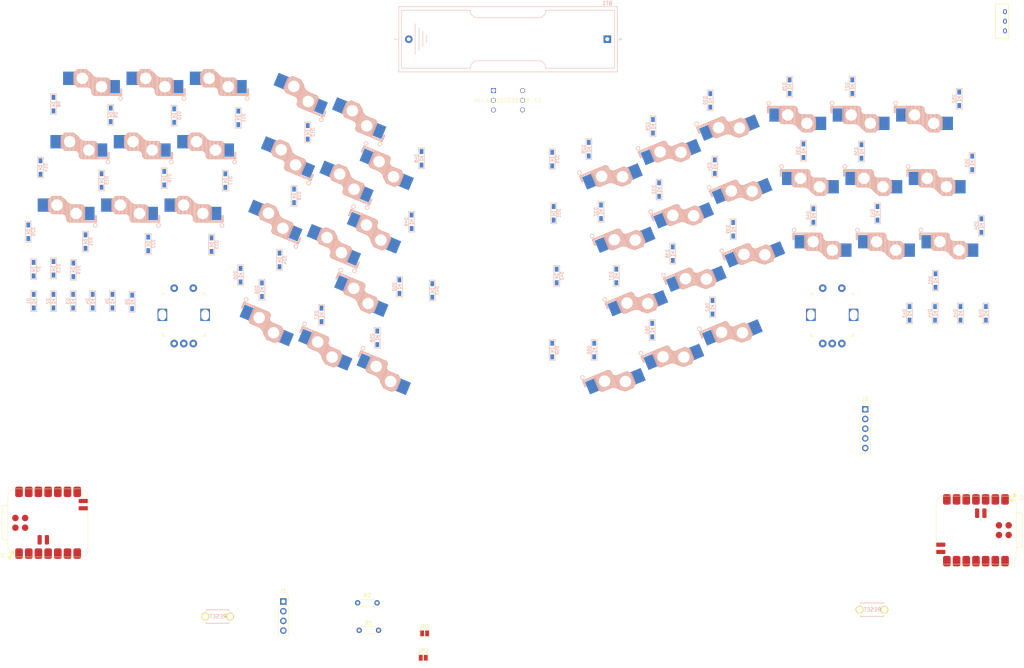
<source format=kicad_pcb>
(kicad_pcb (version 20241229) (generator "pcbnew") (generator_version "9.0")
  (layers (0 "F.Cu" signal) (2 "B.Cu" signal) (13 "F.Paste" user) (15 "B.Paste" user) (5 "F.SilkS" user "F.Silkscreen") (7 "B.SilkS" user "B.Silkscreen") (1 "F.Mask" user) (3 "B.Mask" user) (25 "Edge.Cuts" user))
  (net 0 "")
  (net 1 "BAT-")
  (net 2 "BAT+")
  (net 3 "Net-(SW44-B)")
  (net 4 "Net-(AE-XCL102D333CR-G1-EN)")
  (net 5 "Net-(BT1-+)")
  (net 7 "INTR_L")
  (net 8 "Net-(D1-K)")
  (net 9 "Net-(D13-K)")
  (net 10 "Net-(D19-K)")
  (net 11 "Net-(D25-K)")
  (net 12 "Net-(D31-K)")
  (net 13 "Net-(D42-K)")
  (net 14 "PIN1L")
  (net 15 "Net-(D8-A)")
  (net 16 "Net-(D9-A)")
  (net 17 "Net-(D10-A)")
  (net 18 "Net-(D11-A)")
  (net 19 "Net-(D12-A)")
  (net 20 "PIN2L")
  (net 21 "Net-(D14-A)")
  (net 22 "Net-(D15-A)")
  (net 23 "Net-(D16-A)")
  (net 24 "Net-(D17-A)")
  (net 25 "Net-(D18-A)")
  (net 26 "PIN3L")
  (net 27 "Net-(D20-A)")
  (net 28 "Net-(D21-A)")
  (net 29 "Net-(D22-A)")
  (net 30 "Net-(D23-A)")
  (net 31 "Net-(D24-A)")
  (net 32 "PIN4L")
  (net 33 "Net-(D26-A)")
  (net 34 "Net-(D27-A)")
  (net 35 "Net-(D28-A)")
  (net 36 "Net-(D29-A)")
  (net 37 "Net-(D30-A)")
  (net 38 "PIN5L")
  (net 39 "Net-(D32-A)")
  (net 40 "Net-(D33-A)")
  (net 41 "Net-(D34-A)")
  (net 42 "Net-(D35-A)")
  (net 43 "Net-(D36-A)")
  (net 44 "Net-(D37-A)")
  (net 45 "PIN6L")
  (net 46 "Net-(D38-A)")
  (net 47 "Net-(D39-A)")
  (net 48 "Net-(D40-A)")
  (net 49 "Net-(D41-A)")
  (net 50 "Net-(D43-K)")
  (net 51 "INTR_R")
  (net 52 "Net-(D44-K)")
  (net 53 "Net-(D45-K)")
  (net 54 "Net-(D46-K)")
  (net 55 "PIN1R")
  (net 56 "Net-(D48-A)")
  (net 57 "Net-(D49-A)")
  (net 58 "Net-(D50-A)")
  (net 59 "PIN2R")
  (net 60 "Net-(D52-A)")
  (net 61 "Net-(D53-A)")
  (net 62 "Net-(D54-A)")
  (net 63 "PIN3R")
  (net 64 "Net-(D56-A)")
  (net 65 "Net-(D57-A)")
  (net 66 "Net-(D58-A)")
  (net 67 "PIN4R")
  (net 68 "Net-(D60-A)")
  (net 69 "Net-(D61-A)")
  (net 70 "Net-(D62-A)")
  (net 71 "SCL")
  (net 72 "GNDL")
  (net 73 "SDA")
  (net 74 "VCCL")
  (net 75 "SCK")
  (net 76 "CS")
  (net 77 "MOSI")
  (net 78 "VCCR")
  (net 79 "GNDR")
  (net 80 "RX_R")
  (net 81 "TX_L")
  (net 82 "RX_L")
  (net 83 "TX_R")
  (net 86 "RE1A")
  (net 87 "RE1B")
  (net 89 "RST_GND_L")
  (net 90 "RST_L")
  (net 92 "RE2B")
  (net 94 "RE2A")
  (net 95 "RST_GND_R")
  (net 96 "RST_R")
  (footprint "kicad-lib:Choc_v2_Hotswap_1u_16.6" (layer "F.Cu") (at 245.72 40.94)
    (property "Reference" "SW17" (hide yes))
    (property "Value" "SW_Push" (hide yes))
    (pad "" np_thru_hole circle (at -5 3.7 90) (size 3 3) (drill 3) (layers "*.Cu" "*.Mask"))
    (pad "" np_thru_hole circle (at 0 0 90) (size 4.8 4.8) (drill 4.8) (layers "*.Cu" "*.Mask"))
    (pad "" np_thru_hole circle (at 0 5.9 90) (size 3 3) (drill 3) (layers "*.Cu" "*.Mask"))
    (pad "" np_thru_hole circle (at 5 -5.55) (size 1 1) (drill oval 1) (layers "*.Cu" "*.Mask"))
    (pad "1" smd rect (at -8.35 3.7 180) (size 3 3.5) (layers "B.Cu" "B.Mask" "B.Paste") (net 13 "Net-(D42-K)"))
    (pad "2" smd rect (at 3.55 5.9 180) (size 3 3.5) (layers "B.Cu" "B.Mask" "B.Paste") (net 34 "Net-(D27-A)"))
  )
  (footprint "kbd_Parts:Diode_SMD" (layer "F.Cu") (at 171.999922 53.599965 -90)
    (property "Reference" "D28" (at 0 1.4 90) (layer "B.SilkS") (effects (font (size 0.8 0.8) (thickness 0.125)) (justify mirror)))
    (property "Value" "D" (hide yes))
    (pad "1" smd rect (at -1.775 0 270) (size 1.3 0.95) (layers "B.Cu" "B.Mask" "B.Paste") (net 32 "PIN4L"))
    (pad "2" smd rect (at 1.775 0 270) (size 1.3 0.95) (layers "B.Cu" "B.Mask" "B.Paste") (net 35 "Net-(D28-A)"))
  )
  (footprint "kicad-lib:Choc_v2_Hotswap_1u_16.6" (layer "F.Cu") (at 72.56 40.94 180)
    (property "Reference" "SW3" (hide yes))
    (property "Value" "SW_Push" (hide yes))
    (pad "" np_thru_hole circle (at -5 3.7 270) (size 3 3) (drill 3) (layers "*.Cu" "*.Mask"))
    (pad "" np_thru_hole circle (at 0 0 270) (size 4.8 4.8) (drill 4.8) (layers "*.Cu" "*.Mask"))
    (pad "" np_thru_hole circle (at 0 5.9 270) (size 3 3) (drill 3) (layers "*.Cu" "*.Mask"))
    (pad "" np_thru_hole circle (at 5 -5.55 180) (size 1 1) (drill oval 1) (layers "*.Cu" "*.Mask"))
    (pad "1" smd rect (at -8.35 3.7) (size 3 3.5) (layers "B.Cu" "B.Mask" "B.Paste") (net 11 "Net-(D25-K)"))
    (pad "2" smd rect (at 3.55 5.9) (size 3 3.5) (layers "B.Cu" "B.Mask" "B.Paste") (net 17 "Net-(D10-A)"))
  )
  (footprint "kbd_Parts:Diode_SMD" (layer "F.Cu") (at 80.2 45.4 90)
    (property "Reference" "D11" (at 0 1.4 90) (layer "B.SilkS") (effects (font (size 0.8 0.8) (thickness 0.125)) (justify mirror)))
    (property "Value" "D" (hide yes))
    (pad "1" smd rect (at -1.775 0 90) (size 1.3 0.95) (layers "B.Cu" "B.Mask" "B.Paste") (net 14 "PIN1L"))
    (pad "2" smd rect (at 1.775 0 90) (size 1.3 0.95) (layers "B.Cu" "B.Mask" "B.Paste") (net 18 "Net-(D11-A)"))
  )
  (footprint "kicad-lib:Choc_v2_Hotswap_1u_16.6" (layer "F.Cu") (at 268.96 74.14)
    (property "Reference" "SW36" (hide yes))
    (property "Value" "SW_Push" (hide yes))
    (pad "" np_thru_hole circle (at -5 3.7 90) (size 3 3) (drill 3) (layers "*.Cu" "*.Mask"))
    (pad "" np_thru_hole circle (at 0 0 90) (size 4.8 4.8) (drill 4.8) (layers "*.Cu" "*.Mask"))
    (pad "" np_thru_hole circle (at 0 5.9 90) (size 3 3) (drill 3) (layers "*.Cu" "*.Mask"))
    (pad "" np_thru_hole circle (at 5 -5.55) (size 1 1) (drill oval 1) (layers "*.Cu" "*.Mask"))
    (pad "1" smd rect (at -8.35 3.7 180) (size 3 3.5) (layers "B.Cu" "B.Mask" "B.Paste") (net 54 "Net-(D46-K)"))
    (pad "2" smd rect (at 3.55 5.9 180) (size 3 3.5) (layers "B.Cu" "B.Mask" "B.Paste") (net 62 "Net-(D54-A)"))
  )
  (footprint "kicad-lib:Choc_v2_Hotswap_1u_16.6" (layer "F.Cu") (at 39.36 40.94 180)
    (property "Reference" "SW1" (hide yes))
    (property "Value" "SW_Push" (hide yes))
    (pad "" np_thru_hole circle (at -5 3.7 270) (size 3 3) (drill 3) (layers "*.Cu" "*.Mask"))
    (pad "" np_thru_hole circle (at 0 0 270) (size 4.8 4.8) (drill 4.8) (layers "*.Cu" "*.Mask"))
    (pad "" np_thru_hole circle (at 0 5.9 270) (size 3 3) (drill 3) (layers "*.Cu" "*.Mask"))
    (pad "" np_thru_hole circle (at 5 -5.55 180) (size 1 1) (drill oval 1) (layers "*.Cu" "*.Mask"))
    (pad "1" smd rect (at -8.35 3.7) (size 3 3.5) (layers "B.Cu" "B.Mask" "B.Paste") (net 9 "Net-(D13-K)"))
    (pad "2" smd rect (at 3.55 5.9) (size 3 3.5) (layers "B.Cu" "B.Mask" "B.Paste") (net 15 "Net-(D8-A)"))
  )
  (footprint "kbd_Parts:Diode_SMD" (layer "F.Cu") (at 28.4 58.4 90)
    (property "Reference" "D14" (at 0 1.4 90) (layer "B.SilkS") (effects (font (size 0.8 0.8) (thickness 0.125)) (justify mirror)))
    (property "Value" "D" (hide yes))
    (pad "1" smd rect (at -1.775 0 90) (size 1.3 0.95) (layers "B.Cu" "B.Mask" "B.Paste") (net 20 "PIN2L"))
    (pad "2" smd rect (at 1.775 0 90) (size 1.3 0.95) (layers "B.Cu" "B.Mask" "B.Paste") (net 21 "Net-(D14-A)"))
  )
  (footprint "kbd_Parts:Diode_SMD" (layer "F.Cu") (at 256 96.6 -90)
    (property "Reference" "D43" (at 0 1.4 90) (layer "B.SilkS") (effects (font (size 0.8 0.8) (thickness 0.125)) (justify mirror)))
    (property "Value" "D" (hide yes))
    (pad "1" smd rect (at -1.775 0 270) (size 1.3 0.95) (layers "B.Cu" "B.Mask" "B.Paste") (net 50 "Net-(D43-K)"))
    (pad "2" smd rect (at 1.775 0 270) (size 1.3 0.95) (layers "B.Cu" "B.Mask" "B.Paste") (net 51 "INTR_R"))
  )
  (footprint "kicad-lib:Choc_v2_Hotswap_1u_16.6" (layer "F.Cu") (at 179.320078 109.000035 22.62)
    (property "Reference" "SW40" (hide yes))
    (property "Value" "SW_Push" (hide yes))
    (pad "" np_thru_hole circle (at -5 3.7 112.62) (size 3 3) (drill 3) (layers "*.Cu" "*.Mask"))
    (pad "" np_thru_hole circle (at 0 0 112.62) (size 4.8 4.8) (drill 4.8) (layers "*.Cu" "*.Mask"))
    (pad "" np_thru_hole circle (at 0.000001 5.9 112.62) (size 3 3) (drill 3) (layers "*.Cu" "*.Mask"))
    (pad "" np_thru_hole circle (at 5 -5.55 22.62) (size 1 1) (drill oval 1) (layers "*.Cu" "*.Mask"))
    (pad "1" smd rect (at -8.35 3.7 202.62) (size 3 3.5) (layers "B.Cu" "B.Mask" "B.Paste") (net 50 "Net-(D43-K)"))
    (pad "2" smd rect (at 3.55 5.9 202.62) (size 3 3.5) (layers "B.Cu" "B.Mask" "B.Paste") (net 68 "Net-(D60-A)"))
  )
  (footprint "kicad-lib:Choc_v2_Hotswap_1u_16.6" (layer "F.Cu") (at 49.32 74.14 180)
    (property "Reference" "SW12" (hide yes))
    (property "Value" "SW_Push" (hide yes))
    (pad "" np_thru_hole circle (at -5 3.7 270) (size 3 3) (drill 3) (layers "*.Cu" "*.Mask"))
    (pad "" np_thru_hole circle (at 0 0 270) (size 4.8 4.8) (drill 4.8) (layers "*.Cu" "*.Mask"))
    (pad "" np_thru_hole circle (at 0 5.9 270) (size 3 3) (drill 3) (layers "*.Cu" "*.Mask"))
    (pad "" np_thru_hole circle (at 5 -5.55 180) (size 1 1) (drill oval 1) (layers "*.Cu" "*.Mask"))
    (pad "1" smd rect (at -8.35 3.7) (size 3 3.5) (layers "B.Cu" "B.Mask" "B.Paste") (net 9 "Net-(D13-K)"))
    (pad "2" smd rect (at 3.55 5.9) (size 3 3.5) (layers "B.Cu" "B.Mask" "B.Paste") (net 28 "Net-(D21-A)"))
  )
  (footprint "kbd_Parts:Diode_SMD" (layer "F.Cu") (at 63.4 44.8 90)
    (property "Reference" "D10" (at 0 1.4 90) (layer "B.SilkS") (effects (font (size 0.8 0.8) (thickness 0.125)) (justify mirror)))
    (property "Value" "D" (hide yes))
    (pad "1" smd rect (at -1.775 0 90) (size 1.3 0.95) (layers "B.Cu" "B.Mask" "B.Paste") (net 14 "PIN1L"))
    (pad "2" smd rect (at 1.775 0 90) (size 1.3 0.95) (layers "B.Cu" "B.Mask" "B.Paste") (net 17 "Net-(D10-A)"))
  )
  (footprint "kicad-lib:Choc_v2_Hotswap_1u_16.6" (layer "F.Cu") (at 249.04 57.54)
    (property "Reference" "SW25" (hide yes))
    (property "Value" "SW_Push" (hide yes))
    (pad "" np_thru_hole circle (at -5 3.7 90) (size 3 3) (drill 3) (layers "*.Cu" "*.Mask"))
    (pad "" np_thru_hole circle (at 0 0 90) (size 4.8 4.8) (drill 4.8) (layers "*.Cu" "*.Mask"))
    (pad "" np_thru_hole circle (at 0 5.9 90) (size 3 3) (drill 3) (layers "*.Cu" "*.Mask"))
    (pad "" np_thru_hole circle (at 5 -5.55) (size 1 1) (drill oval 1) (layers "*.Cu" "*.Mask"))
    (pad "1" smd rect (at -8.35 3.7 180) (size 3 3.5) (layers "B.Cu" "B.Mask" "B.Paste") (net 13 "Net-(D42-K)"))
    (pad "2" smd rect (at 3.55 5.9 180) (size 3 3.5) (layers "B.Cu" "B.Mask" "B.Paste") (net 43 "Net-(D36-A)"))
  )
  (footprint "kbd_Parts:Diode_SMD" (layer "F.Cu") (at 230.799922 70.974965 -90)
    (property "Reference" "D40" (at 0 1.4 90) (layer "B.SilkS") (effects (font (size 0.8 0.8) (thickness 0.125)) (justify mirror)))
    (property "Value" "D" (hide yes))
    (pad "1" smd rect (at -1.775 0 270) (size 1.3 0.95) (layers "B.Cu" "B.Mask" "B.Paste") (net 45 "PIN6L"))
    (pad "2" smd rect (at 1.775 0 270) (size 1.3 0.95) (layers "B.Cu" "B.Mask" "B.Paste") (net 48 "Net-(D40-A)"))
  )
  (footprint "kbd_Parts:Diode_SMD" (layer "F.Cu") (at 125.599922 72.599965 -90)
    (property "Reference" "D49" (at 0 1.4 90) (layer "B.SilkS") (effects (font (size 0.8 0.8) (thickness 0.125)) (justify mirror)))
    (property "Value" "D" (hide yes))
    (pad "1" smd rect (at -1.775 0 270) (size 1.3 0.95) (layers "B.Cu" "B.Mask" "B.Paste") (net 55 "PIN1R"))
    (pad "2" smd rect (at 1.775 0 270) (size 1.3 0.95) (layers "B.Cu" "B.Mask" "B.Paste") (net 57 "Net-(D49-A)"))
  )
  (footprint "kicad-lib:Choc_v2_Hotswap_1u_16.6" (layer "F.Cu") (at 104.483101 65.584608 157.38)
    (property "Reference" "SW10" (hide yes))
    (property "Value" "SW_Push" (hide yes))
    (pad "" np_thru_hole circle (at -5 3.7 247.38) (size 3 3) (drill 3) (layers "*.Cu" "*.Mask"))
    (pad "" np_thru_hole circle (at -0.000001 5.9 247.38) (size 3 3) (drill 3) (layers "*.Cu" "*.Mask"))
    (pad "" np_thru_hole circle (at 0 0 247.38) (size 4.8 4.8) (drill 4.8) (layers "*.Cu" "*.Mask"))
    (pad "" np_thru_hole circle (at 5 -5.55 157.38) (size 1 1) (drill oval 1) (layers "*.Cu" "*.Mask"))
    (pad "1" smd rect (at -8.35 3.7 337.38) (size 3 3.5) (layers "B.Cu" "B.Mask" "B.Paste") (net 13 "Net-(D42-K)"))
    (pad "2" smd rect (at 3.55 5.9 337.38) (size 3 3.5) (layers "B.Cu" "B.Mask" "B.Paste") (net 25 "Net-(D18-A)"))
  )
  (footprint "kbd_Parts:Diode_SMD" (layer "F.Cu") (at 262.666667 96.6 -90)
    (property "Reference" "D44" (at 0 1.4 90) (layer "B.SilkS") (effects (font (size 0.8 0.8) (thickness 0.125)) (justify mirror)))
    (property "Value" "D" (hide yes))
    (pad "1" smd rect (at -1.775 0 270) (size 1.3 0.95) (layers "B.Cu" "B.Mask" "B.Paste") (net 52 "Net-(D44-K)"))
    (pad "2" smd rect (at 1.775 0 270) (size 1.3 0.95) (layers "B.Cu" "B.Mask" "B.Paste") (net 51 "INTR_R"))
  )
  (footprint "kbd_Parts:Diode_SMD" (layer "F.Cu") (at 175.199922 69.999965 -90)
    (property "Reference" "D32" (at 0 1.4 90) (layer "B.SilkS") (effects (font (size 0.8 0.8) (thickness 0.125)) (justify mirror)))
    (property "Value" "D" (hide yes))
    (pad "1" smd rect (at -1.775 0 270) (size 1.3 0.95) (layers "B.Cu" "B.Mask" "B.Paste") (net 38 "PIN5L"))
    (pad "2" smd rect (at 1.775 0 270) (size 1.3 0.95) (layers "B.Cu" "B.Mask" "B.Paste") (net 39 "Net-(D32-A)"))
  )
  (footprint "kicad-lib:Choc_v2_Hotswap_1u_16.6" (layer "F.Cu") (at 32.72 74.14 180)
    (property "Reference" "SW11" (hide yes))
    (property "Value" "SW_Push" (hide yes))
    (pad "" np_thru_hole circle (at -5 3.7 270) (size 3 3) (drill 3) (layers "*.Cu" "*.Mask"))
    (pad "" np_thru_hole circle (at 0 0 270) (size 4.8 4.8) (drill 4.8) (layers "*.Cu" "*.Mask"))
    (pad "" np_thru_hole circle (at 0 5.9 270) (size 3 3) (drill 3) (layers "*.Cu" "*.Mask"))
    (pad "" np_thru_hole circle (at 5 -5.55 180) (size 1 1) (drill oval 1) (layers "*.Cu" "*.Mask"))
    (pad "1" smd rect (at -8.35 3.7) (size 3 3.5) (layers "B.Cu" "B.Mask" "B.Paste") (net 8 "Net-(D1-K)"))
    (pad "2" smd rect (at 3.55 5.9) (size 3 3.5) (layers "B.Cu" "B.Mask" "B.Paste") (net 27 "Net-(D20-A)"))
  )
  (footprint "kbd_Parts:Diode_SMD" (layer "F.Cu") (at 188.599922 100.974965 -90)
    (property "Reference" "D61" (at 0 1.4 90) (layer "B.SilkS") (effects (font (size 0.8 0.8) (thickness 0.125)) (justify mirror)))
    (property "Value" "D" (hide yes))
    (pad "1" smd rect (at -1.775 0 270) (size 1.3 0.95) (layers "B.Cu" "B.Mask" "B.Paste") (net 67 "PIN4R"))
    (pad "2" smd rect (at 1.775 0 270) (size 1.3 0.95) (layers "B.Cu" "B.Mask" "B.Paste") (net 69 "Net-(D61-A)"))
  )
  (footprint "Resistor_THT:R_Axial_DIN0204_L3.6mm_D1.6mm_P5.08mm_Horizontal" (layer "F.Cu") (at 111.86 179.6)
    (property "Reference" "R1" (at 2.54 -1.92 0) (layer "F.SilkS"))
    (property "Value" "R_470k")
    (pad "1" thru_hole circle (at 0 0) (size 1.4 1.4) (drill 0.7) (layers "*.Cu" "*.Mask") (net 74 "VCCL"))
    (pad "2" thru_hole circle (at 5.08 0) (size 1.4 1.4) (drill 0.7) (layers "*.Cu" "*.Mask") (net 73 "SDA"))
  )
  (footprint "kicad-lib:Choc_v2_Hotswap_1u_16.6" (layer "F.Cu") (at 265.64 57.54)
    (property "Reference" "SW35" (hide yes))
    (property "Value" "SW_Push" (hide yes))
    (pad "" np_thru_hole circle (at -5 3.7 90) (size 3 3) (drill 3) (layers "*.Cu" "*.Mask"))
    (pad "" np_thru_hole circle (at 0 0 90) (size 4.8 4.8) (drill 4.8) (layers "*.Cu" "*.Mask"))
    (pad "" np_thru_hole circle (at 0 5.9 90) (size 3 3) (drill 3) (layers "*.Cu" "*.Mask"))
    (pad "" np_thru_hole circle (at 5 -5.55) (size 1 1) (drill oval 1) (layers "*.Cu" "*.Mask"))
    (pad "1" smd rect (at -8.35 3.7 180) (size 3 3.5) (layers "B.Cu" "B.Mask" "B.Paste") (net 53 "Net-(D45-K)"))
    (pad "2" smd rect (at 3.55 5.9 180) (size 3 3.5) (layers "B.Cu" "B.Mask" "B.Paste") (net 61 "Net-(D53-A)"))
  )
  (footprint "kbd_Parts:Diode_SMD" (layer "F.Cu") (at 247.599922 70.399965 -90)
    (property "Reference" "D41" (at 0 1.4 90) (layer "B.SilkS") (effects (font (size 0.8 0.8) (thickness 0.125)) (justify mirror)))
    (property "Value" "D" (hide yes))
    (pad "1" smd rect (at -1.775 0 270) (size 1.3 0.95) (layers "B.Cu" "B.Mask" "B.Paste") (net 45 "PIN6L"))
    (pad "2" smd rect (at 1.775 0 270) (size 1.3 0.95) (layers "B.Cu" "B.Mask" "B.Paste") (net 49 "Net-(D41-A)"))
  )
  (footprint "kbd_Parts:Diode_SMD" (layer "F.Cu") (at 52.4 93.6 -90)
    (property "Reference" "D6" (at 0 1.4 90) (layer "B.SilkS") (effects (font (size 0.8 0.8) (thickness 0.125)) (justify mirror)))
    (property "Value" "D" (hide yes))
    (pad "1" smd rect (at -1.775 0 270) (size 1.3 0.95) (layers "B.Cu" "B.Mask" "B.Paste") (net 13 "Net-(D42-K)"))
    (pad "2" smd rect (at 1.775 0 270) (size 1.3 0.95) (layers "B.Cu" "B.Mask" "B.Paste") (net 7 "INTR_L"))
  )
  (footprint "kbd_Parts:Diode_SMD" (layer "F.Cu") (at 240.999922 37.224965 -90)
    (property "Reference" "D27" (at 0 1.4 90) (layer "B.SilkS") (effects (font (size 0.8 0.8) (thickness 0.125)) (justify mirror)))
    (property "Value" "D" (hide yes))
    (pad "1" smd rect (at -1.775 0 270) (size 1.3 0.95) (layers "B.Cu" "B.Mask" "B.Paste") (net 32 "PIN4L"))
    (pad "2" smd rect (at 1.775 0 270) (size 1.3 0.95) (layers "B.Cu" "B.Mask" "B.Paste") (net 34 "Net-(D27-A)"))
  )
  (footprint "kicad-lib:Choc_v2_Hotswap_1u_16.6" (layer "F.Cu") (at 52.64 57.54 180)
    (property "Reference" "SW7" (hide yes))
    (property "Value" "SW_Push" (hide yes))
    (pad "" np_thru_hole circle (at -5 3.7 270) (size 3 3) (drill 3) (layers "*.Cu" "*.Mask"))
    (pad "" np_thru_hole circle (at 0 0 270) (size 4.8 4.8) (drill 4.8) (layers "*.Cu" "*.Mask"))
    (pad "" np_thru_hole circle (at 0 5.9 270) (size 3 3) (drill 3) (layers "*.Cu" "*.Mask"))
    (pad "" np_thru_hole circle (at 5 -5.55 180) (size 1 1) (drill oval 1) (layers "*.Cu" "*.Mask"))
    (pad "1" smd rect (at -8.35 3.7) (size 3 3.5) (layers "B.Cu" "B.Mask" "B.Paste") (net 10 "Net-(D19-K)"))
    (pad "2" smd rect (at 3.55 5.9) (size 3 3.5) (layers "B.Cu" "B.Mask" "B.Paste") (net 22 "Net-(D15-A)"))
  )
  (footprint "kbd_Parts:Diode_SMD" (layer "F.Cu") (at 262.8 88 -90)
    (property "Reference" "D51" (at 0 1.4 90) (layer "B.SilkS") (effects (font (size 0.8 0.8) (thickness 0.125)) (justify mirror)))
    (property "Value" "D" (hide yes))
    (pad "1" smd rect (at -1.775 0 270) (size 1.3 0.95) (layers "B.Cu" "B.Mask" "B.Paste") (net 52 "Net-(D44-K)"))
    (pad "2" smd rect (at 1.775 0 270) (size 1.3 0.95) (layers "B.Cu" "B.Mask" "B.Paste") (net 59 "PIN2R"))
  )
  (footprint "kbd_Parts:Diode_SMD" (layer "F.Cu") (at 36.944 93.4 -90)
    (property "Reference" "D3" (at 0 1.4 90) (layer "B.SilkS") (effects (font (size 0.8 0.8) (thickness 0.125)) (justify mirror)))
    (property "Value" "D" (hide yes))
    (pad "1" smd rect (at -1.775 0 270) (size 1.3 0.95) (layers "B.Cu" "B.Mask" "B.Paste") (net 10 "Net-(D19-K)"))
    (pad "2" smd rect (at 1.775 0 270) (size 1.3 0.95) (layers "B.Cu" "B.Mask" "B.Paste") (net 7 "INTR_L"))
  )
  (footprint "kicad-lib:Choc_v2_Hotswap_1u_16.6" (layer "F.Cu") (at 85.84 75.799949 157.38)
    (property "Reference" "SW14" (hide yes))
    (property "Value" "SW_Push" (hide yes))
    (pad "" np_thru_hole circle (at -5 3.7 247.38) (size 3 3) (drill 3) (layers "*.Cu" "*.Mask"))
    (pad "" np_thru_hole circle (at -0.000001 5.9 247.38) (size 3 3) (drill 3) (layers "*.Cu" "*.Mask"))
    (pad "" np_thru_hole circle (at 0 0 247.38) (size 4.8 4.8) (drill 4.8) (layers "*.Cu" "*.Mask"))
    (pad "" np_thru_hole circle (at 5 -5.55 157.38) (size 1 1) (drill oval 1) (layers "*.Cu" "*.Mask"))
    (pad "1" smd rect (at -8.35 3.7 337.38) (size 3 3.5) (layers "B.Cu" "B.Mask" "B.Paste") (net 12 "Net-(D31-K)"))
    (pad "2" smd rect (at 3.55 5.9 337.38) (size 3 3.5) (layers "B.Cu" "B.Mask" "B.Paste") (net 30 "Net-(D23-A)"))
  )
  (footprint "kicad-lib:AE-XCL102D333CR-G" (layer "F.Cu") (at 150.84 40.8)
    (property "Reference" "AE-XCL102D333CR-G1" (at 0 0 0) (layer "F.SilkS") (effects (font (thickness 0.1))))
    (property "Value" "~")
    (pad "1" thru_hole rect (at -3.81 -2.54) (size 1.27 1.27) (drill 1) (layers "*.Cu" "F.Mask" "F.Paste"))
    (pad "2" thru_hole circle (at -3.81 0) (size 1.27 1.27) (drill 1) (layers "*.Cu" "F.Mask" "F.Paste") (net 4 "Net-(AE-XCL102D333CR-G1-EN)"))
    (pad "3" thru_hole circle (at -3.81 2.54) (size 1.27 1.27) (drill 1) (layers "*.Cu" "F.Mask" "F.Paste") (net 3 "Net-(SW44-B)"))
    (pad "4" thru_hole circle (at 3.81 -2.54) (size 1.27 1.27) (drill 1) (layers "*.Cu" "F.Mask" "F.Paste") (net 2 "BAT+"))
    (pad "5" thru_hole circle (at 3.81 0) (size 1.27 1.27) (drill 1) (layers "*.Cu" "F.Mask" "F.Paste") (net 1 "BAT-"))
    (pad "6" thru_hole circle (at 3.81 2.5) (size 1.27 1.27) (drill 1) (layers "*.Cu" "F.Mask" "F.Paste") (net 5 "Net-(BT1-+)"))
  )
  (footprint "kicad-lib:Choc_v2_Hotswap_1u_16.6" (layer "F.Cu") (at 91.713798 96.230732 -22.62)
    (property "Reference" "SW37" (hide yes))
    (property "Value" "SW_Push" (hide yes))
    (pad "" np_thru_hole circle (at -5 3.7 67.38) (size 3 3) (drill 3) (layers "*.Cu" "*.Mask"))
    (pad "" np_thru_hole circle (at -0.000001 5.9 67.38) (size 3 3) (drill 3) (layers "*.Cu" "*.Mask"))
    (pad "" np_thru_hole circle (at 0 0 67.38) (size 4.8 4.8) (drill 4.8) (layers "*.Cu" "*.Mask"))
    (pad "" np_thru_hole circle (at 5 -5.55 337.38) (size 1 1) (drill oval 1) (layers "*.Cu" "*.Mask"))
    (pad "1" smd rect (at -8.35 3.7 157.38) (size 3 3.5) (layers "B.Cu" "B.Mask" "B.Paste") (net 50 "Net-(D43-K)"))
    (pad "2" smd rect (at 3.55 5.9 157.38) (size 3 3.5) (layers "B.Cu" "B.Mask" "B.Paste") (net 64 "Net-(D56-A)"))
  )
  (footprint "kicad-lib:Choc_v2_Hotswap_1u_16.6" (layer "F.Cu") (at 89.160039 59.199957 157.38)
    (property "Reference" "SW9" (hide yes))
    (property "Value" "SW_Push" (hide yes))
    (pad "" np_thru_hole circle (at -5 3.7 247.38) (size 3 3) (drill 3) (layers "*.Cu" "*.Mask"))
    (pad "" np_thru_hole circle (at -0.000001 5.9 247.38) (size 3 3) (drill 3) (layers "*.Cu" "*.Mask"))
    (pad "" np_thru_hole circle (at 0 0 247.38) (size 4.8 4.8) (drill 4.8) (layers "*.Cu" "*.Mask"))
    (pad "" np_thru_hole circle (at 5 -5.55 157.38) (size 1 1) (drill oval 1) (layers "*.Cu" "*.Mask"))
    (pad "1" smd rect (at -8.35 3.7 337.38) (size 3 3.5) (layers "B.Cu" "B.Mask" "B.Paste") (net 12 "Net-(D31-K)"))
    (pad "2" smd rect (at 3.55 5.9 337.38) (size 3 3.5) (layers "B.Cu" "B.Mask" "B.Paste") (net 24 "Net-(D17-A)"))
  )
  (footprint "kicad-lib:Choc_v2_Hotswap_1u_16.6" (layer "F.Cu") (at 252.36 74.14)
    (property "Reference" "SW30" (hide yes))
    (property "Value" "SW_Push" (hide yes))
    (pad "" np_thru_hole circle (at -5 3.7 90) (size 3 3) (drill 3) (layers "*.Cu" "*.Mask"))
    (pad "" np_thru_hole circle (at 0 0 90) (size 4.8 4.8) (drill 4.8) (layers "*.Cu" "*.Mask"))
    (pad "" np_thru_hole circle (at 0 5.9 90) (size 3 3) (drill 3) (layers "*.Cu" "*.Mask"))
    (pad "" np_thru_hole circle (at 5 -5.55) (size 1 1) (drill oval 1) (layers "*.Cu" "*.Mask"))
    (pad "1" smd rect (at -8.35 3.7 180) (size 3 3.5) (layers "B.Cu" "B.Mask" "B.Paste") (net 12 "Net-(D31-K)"))
    (pad "2" smd rect (at 3.55 5.9 180) (size 3 3.5) (layers "B.Cu" "B.Mask" "B.Paste") (net 49 "Net-(D41-A)"))
  )
  (footprint "kbd_Parts:Diode_SMD" (layer "F.Cu") (at 272.399922 57.199965 -90)
    (property "Reference" "D53" (at 0 1.4 90) (layer "B.SilkS") (effects (font (size 0.8 0.8) (thickness 0.125)) (justify mirror)))
    (property "Value" "D" (hide yes))
    (pad "1" smd rect (at -1.775 0 270) (size 1.3 0.95) (layers "B.Cu" "B.Mask" "B.Paste") (net 59 "PIN2R"))
    (pad "2" smd rect (at 1.775 0 270) (size 1.3 0.95) (layers "B.Cu" "B.Mask" "B.Paste") (net 61 "Net-(D53-A)"))
  )
  (footprint "kicad-lib:Choc_v2_Hotswap_1u_16.6" (layer "F.Cu") (at 232.44 57.54)
    (property "Reference" "SW24" (hide yes))
    (property "Value" "SW_Push" (hide yes))
    (pad "" np_thru_hole circle (at -5 3.7 90) (size 3 3) (drill 3) (layers "*.Cu" "*.Mask"))
    (pad "" np_thru_hole circle (at 0 0 90) (size 4.8 4.8) (drill 4.8) (layers "*.Cu" "*.Mask"))
    (pad "" np_thru_hole circle (at 0 5.9 90) (size 3 3) (drill 3) (layers "*.Cu" "*.Mask"))
    (pad "" np_thru_hole circle (at 5 -5.55) (size 1 1) (drill oval 1) (layers "*.Cu" "*.Mask"))
    (pad "1" smd rect (at -8.35 3.7 180) (size 3 3.5) (layers "B.Cu" "B.Mask" "B.Paste") (net 11 "Net-(D25-K)"))
    (pad "2" smd rect (at 3.55 5.9 180) (size 3 3.5) (layers "B.Cu" "B.Mask" "B.Paste") (net 42 "Net-(D35-A)"))
  )
  (footprint "kbd_Parts:Diode_SMD" (layer "F.Cu") (at 60.8 61.2 90)
    (property "Reference" "D16" (at 0 1.4 90) (layer "B.SilkS") (effects (font (size 0.8 0.8) (thickness 0.125)) (justify mirror)))
    (property "Value" "D" (hide yes))
    (pad "1" smd rect (at -1.775 0 90) (size 1.3 0.95) (layers "B.Cu" "B.Mask" "B.Paste") (net 20 "PIN2L"))
    (pad "2" smd rect (at 1.775 0 90) (size 1.3 0.95) (layers "B.Cu" "B.Mask" "B.Paste") (net 23 "Net-(D16-A)"))
  )
  (footprint "kicad-lib:Choc_v2_Hotswap_1u_16.6" (layer "F.Cu") (at 197.196899 65.584608 22.62)
    (property "Reference" "SW22" (hide yes))
    (property "Value" "SW_Push" (hide yes))
    (pad "" np_thru_hole circle (at -5 3.7 112.62) (size 3 3) (drill 3) (layers "*.Cu" "*.Mask"))
    (pad "" np_thru_hole circle (at 0 0 112.62) (size 4.8 4.8) (drill 4.8) (layers "*.Cu" "*.Mask"))
    (pad "" np_thru_hole circle (at 0.000001 5.9 112.62) (size 3 3) (drill 3) (layers "*.Cu" "*.Mask"))
    (pad "" np_thru_hole circle (at 5 -5.55 22.62) (size 1 1) (drill oval 1) (layers "*.Cu" "*.Mask"))
    (pad "1" smd rect (at -8.35 3.7 202.62) (size 3 3.5) (layers "B.Cu" "B.Mask" "B.Paste") (net 9 "Net-(D13-K)"))
    (pad "2" smd rect (at 3.55 5.9 202.62) (size 3 3.5) (layers "B.Cu" "B.Mask" "B.Paste") (net 40 "Net-(D33-A)"))
  )
  (footprint "kicad-lib:Choc_v2_Hotswap_1u_16.6" (layer "F.Cu") (at 200.516938 82.184601 22.62)
    (property "Reference" "SW27" (hide yes))
    (property "Value" "SW_Push" (hide yes))
    (pad "" np_thru_hole circle (at -5 3.7 112.62) (size 3 3) (drill 3) (layers "*.Cu" "*.Mask"))
    (pad "" np_thru_hole circle (at 0 0 112.62) (size 4.8 4.8) (drill 4.8) (layers "*.Cu" "*.Mask"))
    (pad "" np_thru_hole circle (at 0.000001 5.9 112.62) (size 3 3) (drill 3) (layers "*.Cu" "*.Mask"))
    (pad "" np_thru_hole circle (at 5 -5.55 22.62) (size 1 1) (drill oval 1) (layers "*.Cu" "*.Mask"))
    (pad "1" smd rect (at -8.35 3.7 202.62) (size 3 3.5) (layers "B.Cu" "B.Mask" "B.Paste") (net 9 "Net-(D13-K)"))
    (pad "2" smd rect (at 3.55 5.9 202.62) (size 3 3.5) (layers "B.Cu" "B.Mask" "B.Paste") (net 46 "Net-(D38-A)"))
  )
  (footprint "kbd_Parts:Diode_SMD" (layer "F.Cu") (at 269.333333 96.6 -90)
    (property "Reference" "D45" (at 0 1.4 90) (layer "B.SilkS") (effects (font (size 0.8 0.8) (thickness 0.125)) (justify mirror)))
    (property "Value" "D" (hide yes))
    (pad "1" smd rect (at -1.775 0 270) (size 1.3 0.95) (layers "B.Cu" "B.Mask" "B.Paste") (net 53 "Net-(D45-K)"))
    (pad "2" smd rect (at 1.775 0 270) (size 1.3 0.95) (layers "B.Cu" "B.Mask" "B.Paste") (net 51 "INTR_R"))
  )
  (footprint "kicad-lib:Choc_v2_Hotswap_1u_16.6" (layer "F.Cu") (at 107.03686 102.615384 -22.62)
    (property "Reference" "SW38" (hide yes))
    (property "Value" "SW_Push" (hide yes))
    (pad "" np_thru_hole circle (at -5 3.7 67.38) (size 3 3) (drill 3) (layers "*.Cu" "*.Mask"))
    (pad "" np_thru_hole circle (at -0.000001 5.9 67.38) (size 3 3) (drill 3) (layers "*.Cu" "*.Mask"))
    (pad "" np_thru_hole circle (at 0 0 67.38) (size 4.8 4.8) (drill 4.8) (layers "*.Cu" "*.Mask"))
    (pad "" np_thru_hole circle (at 5 -5.55 337.38) (size 1 1) (drill oval 1) (layers "*.Cu" "*.Mask"))
    (pad "1" smd rect (at -8.35 3.7 157.38) (size 3 3.5) (layers "B.Cu" "B.Mask" "B.Paste") (net 52 "Net-(D44-K)"))
    (pad "2" smd rect (at 3.55 5.9 157.38) (size 3 3.5) (layers "B.Cu" "B.Mask" "B.Paste") (net 65 "Net-(D57-A)"))
  )
  (footprint "kicad-lib:Choc_v2_Hotswap_1u_16.6" (layer "F.Cu") (at 181.873837 71.96926 22.62)
    (property "Reference" "SW21" (hide yes))
    (property "Value" "SW_Push" (hide yes))
    (pad "" np_thru_hole circle (at -5 3.7 112.62) (size 3 3) (drill 3) (layers "*.Cu" "*.Mask"))
    (pad "" np_thru_hole circle (at 0 0 112.62) (size 4.8 4.8) (drill 4.8) (layers "*.Cu" "*.Mask"))
    (pad "" np_thru_hole circle (at 0.000001 5.9 112.62) (size 3 3) (drill 3) (layers "*.Cu" "*.Mask"))
    (pad "" np_thru_hole circle (at 5 -5.55 22.62) (size 1 1) (drill oval 1) (layers "*.Cu" "*.Mask"))
    (pad "1" smd rect (at -8.35 3.7 202.62) (size 3 3.5) (layers "B.Cu" "B.Mask" "B.Paste") (net 8 "Net-(D1-K)"))
    (pad "2" smd rect (at 3.55 5.9 202.62) (size 3 3.5) (layers "B.Cu" "B.Mask" "B.Paste") (net 39 "Net-(D32-A)"))
  )
  (footprint "kbd_Parts:Diode_SMD" (layer "F.Cu") (at 98.4 49.2 90)
    (property "Reference" "D12" (at 0 1.4 90) (layer "B.SilkS") (effects (font (size 0.8 0.8) (thickness 0.125)) (justify mirror)))
    (property "Value" "D" (hide yes))
    (pad "1" smd rect (at -1.775 0 90) (size 1.3 0.95) (layers "B.Cu" "B.Mask" "B.Paste") (net 14 "PIN1L"))
    (pad "2" smd rect (at 1.775 0 90) (size 1.3 0.95) (layers "B.Cu" "B.Mask" "B.Paste") (net 19 "Net-(D12-A)"))
  )
  (footprint "kbd_Parts:Diode_SMD" (layer "F.Cu") (at 209.799922 74.574965 -90)
    (property "Reference" "D39" (at 0 1.4 90) (layer "B.SilkS") (effects (font (size 0.8 0.8) (thickness 0.125)) (justify mirror)))
    (property "Value" "D" (hide yes))
    (pad "1" smd rect (at -1.775 0 270) (size 1.3 0.95) (layers "B.Cu" "B.Mask" "B.Paste") (net 45 "PIN6L"))
    (pad "2" smd rect (at 1.775 0 270) (size 1.3 0.95) (layers "B.Cu" "B.Mask" "B.Paste") (net 47 "Net-(D39-A)"))
  )
  (footprint "xiao:XIAO-nRF52840-SMD" (layer "F.Cu") (at 30.4 151.4 90)
    (property "Reference" "U1" (at -9.445 -11.5 90) (layer "F.SilkS") (effects (font (size 0.78232 0.78232) (thickness 0.10668)) (justify left bottom)))
    (property "Value" "XIAO-nRF52840-SMD")
    (pad "1" smd roundrect (at -8.11 -7.62 90) (size 2.75 2) (layers "F.Cu" "F.Mask" "F.Paste") (net 86 "RE1A"))
    (pad "2" smd roundrect (at -8.11 -5.08 90) (size 2.75 2) (layers "F.Cu" "F.Mask" "F.Paste") (net 87 "RE1B"))
    (pad "3" smd roundrect (at -8.11 -2.54 90) (size 2.75 2) (layers "F.Cu" "F.Mask" "F.Paste") (net 7 "INTR_L"))
    (pad "4" smd roundrect (at -8.11 0 90) (size 2.75 2) (layers "F.Cu" "F.Mask" "F.Paste") (net 14 "PIN1L"))
    (pad "5" smd roundrect (at -8.11 2.54 90) (size 2.75 2) (layers "F.Cu" "F.Mask" "F.Paste") (net 73 "SDA"))
    (pad "6" smd roundrect (at -8.11 5.08 90) (size 2.75 2) (layers "F.Cu" "F.Mask" "F.Paste") (net 71 "SCL"))
    (pad "7" smd roundrect (at -8.11 7.62 90) (size 2.75 2) (layers "F.Cu" "F.Mask" "F.Paste") (net 81 "TX_L"))
    (pad "8" smd roundrect (at 8.055 7.62 90) (size 2.75 2) (layers "F.Cu" "F.Mask" "F.Paste") (net 82 "RX_L"))
    (pad "9" smd roundrect (at 8.055 5.08 90) (size 2.75 2) (layers "F.Cu" "F.Mask" "F.Paste") (net 32 "PIN4L"))
    (pad "10" smd roundrect (at 8.055 2.54 90) (size 2.75 2) (layers "F.Cu" "F.Mask" "F.Paste") (net 26 "PIN3L"))
    (pad "11" smd roundrect (at 8.055 0 90) (size 2.75 2) (layers "F.Cu" "F.Mask" "F.Paste") (net 20 "PIN2L"))
    (pad "12" smd roundrect (at 8.055 -2.54 90) (size 2.75 2) (layers "F.Cu" "F.Mask" "F.Paste") (net 74 "VCCL"))
    (pad "13" smd roundrect (at 8.055 -5.08 90) (size 2.75 2) (layers "F.Cu" "F.Mask" "F.Paste") (net 72 "GNDL"))
    (pad "14" smd roundrect (at 8.055 -7.62 90) (size 2.75 2) (layers "F.Cu" "F.Mask" "F.Paste"))
    (pad "15" smd roundrect (at -4.5 -0.3135 270) (size 2.5 1.1) (layers "F.Cu" "F.Mask" "F.Paste") (net 2 "BAT+"))
    (pad "16" smd roundrect (at -4.5 -2.2185 270) (size 2.5 1.1) (layers "F.Cu" "F.Mask" "F.Paste") (net 1 "BAT-"))
    (pad "17" smd roundrect (at 3.755 9.2369) (size 2.5 1.1) (layers "F.Cu" "F.Mask" "F.Paste") (net 38 "PIN5L"))
    (pad "18" smd roundrect (at 5.66 9.2369) (size 2.5 1.1) (layers "F.Cu" "F.Mask" "F.Paste") (net 45 "PIN6L"))
    (pad "19" smd circle (at -1.325 -8.5685 90) (size 1.7 1.7) (layers "F.Cu" "F.Mask" "F.Paste"))
    (pad "20" smd circle (at 1.215 -8.5685 90) (size 1.7 1.7) (layers "F.Cu" "F.Mask" "F.Paste"))
    (pad "21" smd circle (at -1.325 -6.0285 90) (size 1.7 1.7) (layers "F.Cu" "F.Mask" "F.Paste") (net 90 "RST_L"))
    (pad "22" smd circle (at 1.215 -6.0285 90) (size 1.7 1.7) (layers "F.Cu" "F.Mask" "F.Paste") (net 89 "RST_GND_L"))
  )
  (footprint "kbd_Parts:Diode_SMD" (layer "F.Cu") (at 46.8 44.6 90)
    (property "Reference" "D9" (at 0 1.4 90) (layer "B.SilkS") (effects (font (size 0.8 0.8) (thickness 0.125)) (justify mirror)))
    (property "Value" "D" (hide yes))
    (pad "1" smd rect (at -1.775 0 90) (size 1.3 0.95) (layers "B.Cu" "B.Mask" "B.Paste") (net 14 "PIN1L"))
    (pad "2" smd rect (at 1.775 0 90) (size 1.3 0.95) (layers "B.Cu" "B.Mask" "B.Paste") (net 16 "Net-(D9-A)"))
  )
  (footprint "kbd_Parts:RotaryEncoder_EC12E" (layer "F.Cu") (at 65.92 97 90)
    (property "Reference" "SW43")
    (property "Value" "RotaryEncoder_Switch")
    (pad "A" thru_hole circle (at -7.5 -2.5 90) (size 2 2) (drill 1) (layers "*.Cu" "*.Mask") (net 86 "RE1A"))
    (pad "B" thru_hole circle (at -7.5 2.5 90) (size 2 2) (drill 1) (layers "*.Cu" "*.Mask") (net 87 "RE1B"))
    (pad "C" thru_hole circle (at -7.5 0 90) (size 2 2) (drill 1) (layers "*.Cu" "*.Mask") (net 72 "GNDL"))
    (pad "MP" thru_hole rect (at 0 -5.6 90) (size 3.2 2.5) (drill oval 2.8 2) (layers "*.Cu" "*.Mask"))
    (pad "MP" thru_hole rect (at 0 5.6 90) (size 3.2 2.5) (drill oval 2.8 2) (layers "*.Cu" "*.Mask"))
    (pad "S1" thru_hole circle (at 7 2.5 90) (size 2 2) (drill 1) (layers "*.Cu" "*.Mask"))
    (pad "S2" thru_hole circle (at 7 -2.5 90) (size 2 2) (drill 1) (layers "*.Cu" "*.Mask"))
  )
  (footprint "kicad-lib:Choc_v2_Hotswap_1u_16.6" (layer "F.Cu") (at 101.163062 82.184601 157.38)
    (property "Reference" "SW15" (hide yes))
    (property "Value" "SW_Push" (hide yes))
    (pad "" np_thru_hole circle (at -5 3.7 247.38) (size 3 3) (drill 3) (layers "*.Cu" "*.Mask"))
    (pad "" np_thru_hole circle (at -0.000001 5.9 247.38) (size 3 3) (drill 3) (layers "*.Cu" "*.Mask"))
    (pad "" np_thru_hole circle (at 0 0 247.38) (size 4.8 4.8) (drill 4.8) (layers "*.Cu" "*.Mask"))
    (pad "" np_thru_hole circle (at 5 -5.55 157.38) (size 1 1) (drill oval 1) (layers "*.Cu" "*.Mask"))
    (pad "1" smd rect (at -8.35 3.7 337.38) (size 3 3.5) (layers "B.Cu" "B.Mask" "B.Paste") (net 13 "Net-(D42-K)"))
    (pad "2" smd rect (at 3.55 5.9 337.38) (size 3 3.5) (layers "B.Cu" "B.Mask" "B.Paste") (net 31 "Net-(D24-A)"))
  )
  (footprint "kbd_Parts:Diode_SMD" (layer "F.Cu") (at 228.199922 53.999965 -90)
    (property "Reference" "D35" (at 0 1.4 90) (layer "B.SilkS") (effects (font (size 0.8 0.8) (thickness 0.125)) (justify mirror)))
    (property "Value" "D" (hide yes))
    (pad "1" smd rect (at -1.775 0 270) (size 1.3 0.95) (layers "B.Cu" "B.Mask" "B.Paste") (net 38 "PIN5L"))
    (pad "2" smd rect (at 1.775 0 270) (size 1.3 0.95) (layers "B.Cu" "B.Mask" "B.Paste") (net 42 "Net-(D35-A)"))
  )
  (footprint "kicad-lib:Choc_v2_Hotswap_1u_16.6" (layer "F.Cu") (at 119.806163 71.96926 -22.62)
    (property "Reference" "SW32" (hide yes))
    (property "Value" "SW_Push" (hide yes))
    (pad "" np_thru_hole circle (at -5 3.7 67.38) (size 3 3) (drill 3) (layers "*.Cu" "*.Mask"))
    (pad "" np_thru_hole circle (at -0.000001 5.9 67.38) (size 3 3) (drill 3) (layers "*.Cu" "*.Mask"))
    (pad "" np_thru_hole circle (at 0 0 67.38) (size 4.8 4.8) (drill 4.8) (layers "*.Cu" "*.Mask"))
    (pad "" np_thru_hole circle (at 5 -5.55 337.38) (size 1 1) (drill oval 1) (layers "*.Cu" "*.Mask"))
    (pad "1" smd rect (at -8.35 3.7 157.38) (size 3 3.5) (layers "B.Cu" "B.Mask" "B.Paste") (net 53 "Net-(D45-K)"))
    (pad "2" smd rect (at 3.55 5.9 157.38) (size 3 3.5) (layers "B.Cu" "B.Mask" "B.Paste") (net 57 "Net-(D49-A)"))
  )
  (footprint "Resistor_THT:R_Axial_DIN0204_L3.6mm_D1.6mm_P5.08mm_Horizontal" (layer "F.Cu") (at 111.46 172.4)
    (property "Reference" "R2" (at 2.54 -1.92 0) (layer "F.SilkS"))
    (property "Value" "R_470k")
    (pad "1" thru_hole circle (at 0 0) (size 1.4 1.4) (drill 0.7) (layers "*.Cu" "*.Mask") (net 74 "VCCL"))
    (pad "2" thru_hole circle (at 5.08 0) (size 1.4 1.4) (drill 0.7) (layers "*.Cu" "*.Mask") (net 71 "SCL"))
  )
  (footprint "kbd_Parts:ResetSW" (layer "F.Cu") (at 246.15 174.2)
    (property "Reference" "SW47" (hide yes))
    (property "Value" "SW_Push")
    (fp_text user "RESET" (at 0.127 0 0) (layer "B.SilkS") (effects (justify mirror)))
    (pad "1" thru_hole circle (at 3.25 0) (size 2 2) (drill 1.3) (layers "*.Cu" "*.Mask" "F.SilkS") (net 95 "RST_GND_R"))
    (pad "2" thru_hole circle (at -3.25 0) (size 2 2) (drill 1.3) (layers "*.Cu" "*.Mask" "F.SilkS") (net 96 "RST_R"))
  )
  (footprint "kbd_Parts:Diode_SMD" (layer "F.Cu") (at 26.64 93.4 -90)
    (property "Reference" "D1" (at 0 1.4 90) (layer "B.SilkS") (effects (font (size 0.8 0.8) (thickness 0.125)) (justify mirror)))
    (property "Value" "D" (hide yes))
    (pad "1" smd rect (at -1.775 0 270) (size 1.3 0.95) (layers "B.Cu" "B.Mask" "B.Paste") (net 8 "Net-(D1-K)"))
    (pad "2" smd rect (at 1.775 0 270) (size 1.3 0.95) (layers "B.Cu" "B.Mask" "B.Paste") (net 7 "INTR_L"))
  )
  (footprint "kbd_Parts:Diode_SMD" (layer "F.Cu") (at 204.999922 58.174965 -90)
    (property "Reference" "D34" (at 0 1.4 90) (layer "B.SilkS") (effects (font (size 0.8 0.8) (thickness 0.125)) (justify mirror)))
    (property "Value" "D" (hide yes))
    (pad "1" smd rect (at -1.775 0 270) (size 1.3 0.95) (layers "B.Cu" "B.Mask" "B.Paste") (net 38 "PIN5L"))
    (pad "2" smd rect (at 1.775 0 270) (size 1.3 0.95) (layers "B.Cu" "B.Mask" "B.Paste") (net 41 "Net-(D34-A)"))
  )
  (footprint "kbd_Parts:Diode_SMD" (layer "F.Cu") (at 179.199922 86.799965 -90)
    (property "Reference" "D37" (at 0 1.4 90) (layer "B.SilkS") (effects (font (size 0.8 0.8) (thickness 0.125)) (justify mirror)))
    (property "Value" "D" (hide yes))
    (pad "1" smd rect (at -1.775 0 270) (size 1.3 0.95) (layers "B.Cu" "B.Mask" "B.Paste") (net 45 "PIN6L"))
    (pad "2" smd rect (at 1.775 0 270) (size 1.3 0.95) (layers "B.Cu" "B.Mask" "B.Paste") (net 44 "Net-(D37-A)"))
  )
  (footprint "Connector_PinSocket_2.54mm:PinSocket_1x05_P2.54mm_Vertical" (layer "F.Cu") (at 244.4 121.719965)
    (property "Reference" "J2" (at -0.000078 -2.77 0) (layer "F.SilkS"))
    (property "Value" "Conn_01x05")
    (pad "1" thru_hole rect (at 0 0) (size 1.7 1.7) (drill 1) (layers "*.Cu" "*.Mask") (net 76 "CS"))
    (pad "2" thru_hole circle (at 0 2.54) (size 1.7 1.7) (drill 1) (layers "*.Cu" "*.Mask") (net 79 "GNDR"))
    (pad "3" thru_hole circle (at 0 5.08) (size 1.7 1.7) (drill 1) (layers "*.Cu" "*.Mask") (net 78 "VCCR"))
    (pad "4" thru_hole circle (at 0 7.62) (size 1.7 1.7) (drill 1) (layers "*.Cu" "*.Mask") (net 75 "SCK"))
    (pad "5" thru_hole circle (at 0 10.16) (size 1.7 1.7) (drill 1) (layers "*.Cu" "*.Mask") (net 77 "MOSI"))
  )
  (footprint "Connector_PinSocket_2.54mm:PinSocket_1x04_P2.54mm_Vertical" (layer "F.Cu") (at 92 172.06)
    (property "Reference" "J1" (at 0 -2.77 0) (layer "F.SilkS"))
    (property "Value" "Conn_01x04")
    (pad "1" thru_hole rect (at 0 0) (size 1.7 1.7) (drill 1) (layers "*.Cu" "*.Mask") (net 72 "GNDL"))
    (pad "2" thru_hole circle (at 0 2.54) (size 1.7 1.7) (drill 1) (layers "*.Cu" "*.Mask") (net 74 "VCCL"))
    (pad "3" thru_hole circle (at 0 5.08) (size 1.7 1.7) (drill 1) (layers "*.Cu" "*.Mask") (net 71 "SCL"))
    (pad "4" thru_hole circle (at 0 7.62) (size 1.7 1.7) (drill 1) (layers "*.Cu" "*.Mask") (net 73 "SDA"))
  )
  (footprint "kicad-lib:Choc_v2_Hotswap_1u_16.6" (layer "F.Cu") (at 92.480078 42.599965 157.38)
    (property "Reference" "SW4" (hide yes))
    (property "Value" "SW_Push" (hide yes))
    (pad "" np_thru_hole circle (at -5 3.7 247.38) (size 3 3) (drill 3) (layers "*.Cu" "*.Mask"))
    (pad "" np_thru_hole circle (at -0.000001 5.9 247.38) (size 3 3) (drill 3) (layers "*.Cu" "*.Mask"))
    (pad "" np_thru_hole circle (at 0 0 247.38) (size 4.8 4.8) (drill 4.8) (layers "*.Cu" "*.Mask"))
    (pad "" np_thru_hole circle (at 5 -5.55 157.38) (size 1 1) (drill oval 1) (layers "*.Cu" "*.Mask"))
    (pad "1" smd rect (at -8.35 3.7 337.38) (size 3 3.5) (layers "B.Cu" "B.Mask" "B.Paste") (net 12 "Net-(D31-K)"))
    (pad "2" smd rect (at 3.55 5.9 337.38) (size 3 3.5) (layers "B.Cu" "B.Mask" "B.Paste") (net 18 "Net-(D11-A)"))
  )
  (footprint "kbd_Parts:Diode_SMD" (layer "F.Cu") (at 47.248 93.4 -90)
    (property "Reference" "D5" (at 0 1.4 90) (layer "B.SilkS") (effects (font (size 0.8 0.8) (thickness 0.125)) (justify mirror)))
    (property "Value" "D" (hide yes))
    (pad "1" smd rect (at -1.775 0 270) (size 1.3 0.95) (layers "B.Cu" "B.Mask" "B.Paste") (net 12 "Net-(D31-K)"))
    (pad "2" smd rect (at 1.775 0 270) (size 1.3 0.95) (layers "B.Cu" "B.Mask" "B.Paste") (net 7 "INTR_L"))
  )
  (footprint "kbd_Parts:Diode_SMD" (layer "F.Cu") (at 224.599922 37.224965 -90)
    (property "Reference" "D26" (at 0 1.4 90) (layer "B.SilkS") (effects (font (size 0.8 0.8) (thickness 0.125)) (justify mirror)))
    (property "Value" "D" (hide yes))
    (pad "1" smd rect (at -1.775 0 270) (size 1.3 0.95) (layers "B.Cu" "B.Mask" "B.Paste") (net 32 "PIN4L"))
    (pad "2" smd rect (at 1.775 0 270) (size 1.3 0.95) (layers "B.Cu" "B.Mask" "B.Paste") (net 33 "Net-(D26-A)"))
  )
  (footprint "kbd_Parts:Diode_SMD" (layer "F.Cu") (at 56.6 78.4 90)
    (property "Reference" "D22" (at 0 1.4 90) (layer "B.SilkS") (effects (font (size 0.8 0.8) (thickness 0.125)) (justify mirror)))
    (property "Value" "D" (hide yes))
    (pad "1" smd rect (at -1.775 0 90) (size 1.3 0.95) (layers "B.Cu" "B.Mask" "B.Paste") (net 26 "PIN3L"))
    (pad "2" smd rect (at 1.775 0 90) (size 1.3 0.95) (layers "B.Cu" "B.Mask" "B.Paste") (net 29 "Net-(D22-A)"))
  )
  (footprint "kbd_Parts:Diode_SMD" (layer "F.Cu") (at 42.096 93.4 -90)
    (property "Reference" "D4" (at 0 1.4 90) (layer "B.SilkS") (effects (font (size 0.8 0.8) (thickness 0.125)) (justify mirror)))
    (property "Value" "D" (hide yes))
    (pad "1" smd rect (at -1.775 0 270) (size 1.3 0.95) (layers "B.Cu" "B.Mask" "B.Paste") (net 11 "Net-(D25-K)"))
    (pad "2" smd rect (at 1.775 0 270) (size 1.3 0.95) (layers "B.Cu" "B.Mask" "B.Paste") (net 7 "INTR_L"))
  )
  (footprint "kicad-lib:Choc_v2_Hotswap_1u_16.6" (layer "F.Cu") (at 262.32 40.94)
    (property "Reference" "SW34" (hide yes))
    (property "Value" "SW_Push" (hide yes))
    (pad "" np_thru_hole circle (at -5 3.7 90) (size 3 3) (drill 3) (layers "*.Cu" "*.Mask"))
    (pad "" np_thru_hole circle (at 0 0 90) (size 4.8 4.8) (drill 4.8) (layers "*.Cu" "*.Mask"))
    (pad "" np_thru_hole circle (at 0 5.9 90) (size 3 3) (drill 3) (layers "*.Cu" "*.Mask"))
    (pad "" np_thru_hole circle (at 5 -5.55) (size 1 1) (drill oval 1) (layers "*.Cu" "*.Mask"))
    (pad "1" smd rect (at -8.35 3.7 180) (size 3 3.5) (layers "B.Cu" "B.Mask" "B.Paste") (net 50 "Net-(D43-K)"))
    (pad "2" smd rect (at 3.55 5.9 180) (size 3 3.5) (layers "B.Cu" "B.Mask" "B.Paste") (net 60 "Net-(D52-A)"))
  )
  (footprint "kbd_Parts:Diode_SMD" (layer "F.Cu") (at 162.4 106.2 90)
    (property "Reference" "D59" (at 0 1.4 90) (layer "B.SilkS") (effects (font (size 0.8 0.8) (thickness 0.125)) (justify mirror)))
    (property "Value" "D" (hide yes))
    (pad "1" smd rect (at -1.775 0 90) (size 1.3 0.95) (layers "B.Cu" "B.Mask" "B.Paste") (net 54 "Net-(D46-K)"))
    (pad "2" smd rect (at 1.775 0 90) (size 1.3 0.95) (layers "B.Cu" "B.Mask" "B.Paste") (net 67 "PIN4R"))
  )
  (footprint "kbd_Parts:Diode_SMD" (layer "F.Cu") (at 80.8 86.6 -90)
    (property "Reference" "D55" (at 0 1.4 90) (layer "B.SilkS") (effects (font (size 0.8 0.8) (thickness 0.125)) (justify mirror)))
    (property "Value" "D" (hide yes))
    (pad "1" smd rect (at -1.775 0 270) (size 1.3 0.95) (layers "B.Cu" "B.Mask" "B.Paste") (net 53 "Net-(D45-K)"))
    (pad "2" smd rect (at 1.775 0 270) (size 1.3 0.95) (layers "B.Cu" "B.Mask" "B.Paste") (net 63 "PIN3R"))
  )
  (footprint "kicad-lib:Choc_v2_Hotswap_1u_16.6" (layer "F.Cu") (at 215.84 75.799949 22.62)
    (property "Reference" "SW28" (hide yes))
    (property "Value" "SW_Push" (hide yes))
    (pad "" np_thru_hole circle (at -5 3.7 112.62) (size 3 3) (drill 3) (layers "*.Cu" "*.Mask"))
    (pad "" np_thru_hole circle (at 0 0 112.62) (size 4.8 4.8) (drill 4.8) (layers "*.Cu" "*.Mask"))
    (pad "" np_thru_hole circle (at 0.000001 5.9 112.62) (size 3 3) (drill 3) (layers "*.Cu" "*.Mask"))
    (pad "" np_thru_hole circle (at 5 -5.55 22.62) (size 1 1) (drill oval 1) (layers "*.Cu" "*.Mask"))
    (pad "1" smd rect (at -8.35 3.7 202.62) (size 3 3.5) (layers "B.Cu" "B.Mask" "B.Paste") (net 10 "Net-(D19-K)"))
    (pad "2" smd rect (at 3.55 5.9 202.62) (size 3 3.5) (layers "B.Cu" "B.Mask" "B.Paste") (net 47 "Net-(D39-A)"))
  )
  (footprint "kbd_Parts:Diode_SMD" (layer "F.Cu") (at 31.8 41.8 90)
    (property "Reference" "D8" (at 0 1.4 90) (layer "B.SilkS") (effects (font (size 0.8 0.8) (thickness 0.125)) (justify mirror)))
    (property "Value" "D" (hide yes))
    (pad "1" smd rect (at -1.775 0 90) (size 1.3 0.95) (layers "B.Cu" "B.Mask" "B.Paste") (net 14 "PIN1L"))
    (pad "2" smd rect (at 1.775 0 90) (size 1.3 0.95) (layers "B.Cu" "B.Mask" "B.Paste") (net 15 "Net-(D8-A)"))
  )
  (footprint "kbd_Parts:TGSW_MSK-12D19" (layer "F.Cu") (at 279.95 20.1 90)
    (property "Reference" "SW44")
    (property "Value" "SW_SPDT" (hide yes))
    (pad "1" thru_hole oval (at -2.5 1.05 90) (size 1.3 1) (drill oval 0.8 0.5) (layers "*.Cu" "*.Mask") (clearance 0.15))
    (pad "2" thru_hole oval (at 0 1.05 90) (size 1.3 1) (drill oval 0.8 0.5) (layers "*.Cu" "*.Mask") (net 3 "Net-(SW44-B)") (clearance 0.15))
    (pad "3" thru_hole oval (at 2.5 1.05 90) (size 1.3 1) (drill oval 0.8 0.5) (layers "*.Cu" "*.Mask") (net 4 "Net-(AE-XCL102D333CR-G1-EN)") (clearance 0.15))
  )
  (footprint "kbd_Parts:Diode_SMD" (layer "F.Cu") (at 204.399922 94.999965 -90)
    (property "Reference" "D62" (at 0 1.4 90) (layer "B.SilkS") (effects (font (size 0.8 0.8) (thickness 0.125)) (justify mirror)))
    (property "Value" "D" (hide yes))
    (pad "1" smd rect (at -1.775 0 270) (size 1.3 0.95) (layers "B.Cu" "B.Mask" "B.Paste") (net 67 "PIN4R"))
    (pad "2" smd rect (at 1.775 0 270) (size 1.3 0.95) (layers "B.Cu" "B.Mask" "B.Paste") (net 70 "Net-(D62-A)"))
  )
  (footprint "kicad-lib:Choc_v2_Hotswap_1u_16.6" (layer "F.Cu") (at 185.193876 88.569252 22.62)
    (property "Reference" "SW26" (hide yes))
    (property "Value" "SW_Push" (hide yes))
    (pad "" np_thru_hole circle (at -5 3.7 112.62) (size 3 3) (drill 3) (layers "*.Cu" "*.Mask"))
    (pad "" np_thru_hole circle (at 0 0 112.62) (size 4.8 4.8) (drill 4.8) (layers "*.Cu" "*.Mask"))
    (pad "" np_thru_hole circle (at 0.000001 5.9 112.62) (size 3 3) (drill 3) (layers "*.Cu" "*.Mask"))
    (pad "" np_thru_hole circle (at 5 -5.55 22.62) (size 1 1) (drill oval 1) (layers "*.Cu" "*.Mask"))
    (pad "1" smd rect (at -8.35 3.7 202.62) (size 3 3.5) (layers "B.Cu" "B.Mask" "B.Paste") (net 8 "Net-(D1-K)"))
    (pad "2" smd rect (at 3.55 5.9 202.62) (size 3 3.5) (layers "B.Cu" "B.Mask" "B.Paste") (net 44 "Net-(D37-A)"))
  )
  (footprint "kbd_Parts:Diode_SMD" (layer "F.Cu") (at 162.8 70.4 90)
    (property "Reference" "D31" (at 0 1.4 90) (layer "B.SilkS") (effects (font (size 0.8 0.8) (thickness 0.125)) (justify mirror)))
    (property "Value" "D" (hide yes))
    (pad "1" smd rect (at -1.775 0 90) (size 1.3 0.95) (layers "B.Cu" "B.Mask" "B.Paste") (net 12 "Net-(D31-K)"))
    (pad "2" smd rect (at 1.775 0 90) (size 1.3 0.95) (layers "B.Cu" "B.Mask" "B.Paste") (net 38 "PIN5L"))
  )
  (footprint "kbd_Parts:Diode_SMD" (layer "F.Cu") (at 116.6 103 -90)
    (property "Reference" "D58" (at 0 1.4 90) (layer "B.SilkS") (effects (font (size 0.8 0.8) (thickness 0.125)) (justify mirror)))
    (property "Value" "D" (hide yes))
    (pad "1" smd rect (at -1.775 0 270) (size 1.3 0.95) (layers "B.Cu" "B.Mask" "B.Paste") (net 63 "PIN3R"))
    (pad "2" smd rect (at 1.775 0 270) (size 1.3 0.95) (layers "B.Cu" "B.Mask" "B.Paste") (net 66 "Net-(D58-A)"))
  )
  (footprint "kbd_Parts:Diode_SMD" (layer "F.Cu") (at 31.8 84.8 90)
    (property "Reference" "D13" (at 0 1.4 90) (layer "B.SilkS") (effects (font (size 0.8 0.8) (thickness 0.125)) (justify mirror)))
    (property "Value" "D" (hide yes))
    (pad "1" smd rect (at -1.775 0 90) (size 1.3 0.95) (layers "B.Cu" "B.Mask" "B.Paste") (net 9 "Net-(D13-K)"))
    (pad "2" smd rect (at 1.775 0 90) (size 1.3 0.95) (layers "B.Cu" "B.Mask" "B.Paste") (net 20 "PIN2L"))
  )
  (footprint "kbd_Parts:RotaryEncoder_EC12E" (layer "F.Cu") (at 235.76 97 90)
    (property "Reference" "SW46")
    (property "Value" "RotaryEncoder_Switch")
    (pad "A" thru_hole circle (at -7.5 -2.5 90) (size 2 2) (drill 1) (layers "*.Cu" "*.Mask") (net 94 "RE2A"))
    (pad "B" thru_hole circle (at -7.5 2.5 90) (size 2 2) (drill 1) (layers "*.Cu" "*.Mask") (net 92 "RE2B"))
    (pad "C" thru_hole circle (at -7.5 0 90) (size 2 2) (drill 1) (layers "*.Cu" "*.Mask") (net 79 "GNDR"))
    (pad "MP" thru_hole rect (at 0 -5.6 90) (size 3.2 2.5) (drill oval 2.8 2) (layers "*.Cu" "*.Mask"))
    (pad "MP" thru_hole rect (at 0 5.6 90) (size 3.2 2.5) (drill oval 2.8 2) (layers "*.Cu" "*.Mask"))
    (pad "S1" thru_hole circle (at 7 2.5 90) (size 2 2) (drill 1) (layers "*.Cu" "*.Mask"))
    (pad "S2" thru_hole circle (at 7 -2.5 90) (size 2 2) (drill 1) (layers "*.Cu" "*.Mask"))
  )
  (footprint "kbd_Parts:Diode_SMD" (layer "F.Cu") (at 44.4 61.8 90)
    (property "Reference" "D15" (at 0 1.4 90) (layer "B.SilkS") (effects (font (size 0.8 0.8) (thickness 0.125)) (justify mirror)))
    (property "Value" "D" (hide yes))
    (pad "1" smd rect (at -1.775 0 90) (size 1.3 0.95) (layers "B.Cu" "B.Mask" "B.Paste") (net 20 "PIN2L"))
    (pad "2" smd rect (at 1.775 0 90) (size 1.3 0.95) (layers "B.Cu" "B.Mask" "B.Paste") (net 22 "Net-(D15-A)"))
  )
  (footprint "kbd_Parts:Diode_SMD" (layer "F.Cu") (at 25.2 75.225 90)
    (property "Reference" "D20" (at 0 1.4 90) (layer "B.SilkS") (effects (font (size 0.8 0.8) (thickness 0.125)) (justify mirror)))
    (property "Value" "D" (hide yes))
    (pad "1" smd rect (at -1.775 0 90) (size 1.3 0.95) (layers "B.Cu" "B.Mask" "B.Paste") (net 26 "PIN3L"))
    (pad "2" smd rect (at 1.775 0 90) (size 1.3 0.95) (layers "B.Cu" "B.Mask" "B.Paste") (net 27 "Net-(D20-A)"))
  )
  (footprint "kbd_Parts:Diode_SMD" (layer "F.Cu") (at 193.999922 80.974965 -90)
    (property "Reference" "D38" (at 0 1.4 90) (layer "B.SilkS") (effects (font (size 0.8 0.8) (thickness 0.125)) (justify mirror)))
    (property "Value" "D" (hide yes))
    (pad "1" smd rect (at -1.775 0 270) (size 1.3 0.95) (layers "B.Cu" "B.Mask" "B.Paste") (net 45 "PIN6L"))
    (pad "2" smd rect (at 1.775 0 270) (size 1.3 0.95) (layers "B.Cu" "B.Mask" "B.Paste") (net 46 "Net-(D38-A)"))
  )
  (footprint "kicad-lib:Choc_v2_Hotswap_1u_16.6" (layer "F.Cu") (at 194.64314 102.615384 22.62)
    (property "Reference" "SW41" (hide yes))
    (property "Value" "SW_Push" (hide yes))
    (pad "" np_thru_hole circle (at -5 3.7 112.62) (size 3 3) (drill 3) (layers "*.Cu" "*.Mask"))
    (pad "" np_thru_hole circle (at 0 0 112.62) (size 4.8 4.8) (drill 4.8) (layers "*.Cu" "*.Mask"))
    (pad "" np_thru_hole circle (at 0.000001 5.9 112.62) (size 3 3) (drill 3) (layers "*.Cu" "*.Mask"))
    (pad "" np_thru_hole circle (at 5 -5.55 22.62) (size 1 1) (drill oval 1) (layers "*.Cu" "*.Mask"))
    (pad "1" smd rect (at -8.35 3.7 202.62) (size 3 3.5) (layers "B.Cu" "B.Mask" "B.Paste") (net 52 "Net-(D44-K)"))
    (pad "2" smd rect (at 3.55 5.9 202.62) (size 3 3.5) (layers "B.Cu" "B.Mask" "B.Paste") (net 69 "Net-(D61-A)"))
  )
  (footprint "kbd_Parts:Diode_SMD" (layer "F.Cu") (at 276 96.6 -90)
    (property "Reference" "D46" (at 0 1.4 90) (layer "B.SilkS") (effects (font (size 0.8 0.8) (thickness 0.125)) (justify mirror)))
    (property "Value" "D" (hide yes))
    (pad "1" smd rect (at -1.775 0 270) (size 1.3 0.95) (layers "B.Cu" "B.Mask" "B.Paste") (net 54 "Net-(D46-K)"))
    (pad "2" smd rect (at 1.775 0 270) (size 1.3 0.95) (layers "B.Cu" "B.Mask" "B.Paste") (net 51 "INTR_R"))
  )
  (footprint "kbd_Parts:Diode_SMD" (layer "F.Cu") (at 163.6 86.8 90)
    (property "Reference" "D42" (at 0 1.4 90) (layer "B.SilkS") (effects (font (size 0.8 0.8) (thickness 0.125)) (justify mirror)))
    (property "Value" "D" (hide yes))
    (pad "1" smd rect (at -1.775 0 90) (size 1.3 0.95) (layers "B.Cu" "B.Mask" "B.Paste") (net 13 "Net-(D42-K)"))
    (pad "2" smd rect (at 1.775 0 90) (size 1.3 0.95) (layers "B.Cu" "B.Mask" "B.Paste") (net 45 "PIN6L"))
  )
  (footprint "kbd_Parts:Diode_SMD" (layer "F.Cu") (at 76.8 61.825 90)
    (property "Reference" "D17" (at 0 1.4 90) (layer "B.SilkS") (effects (font (size 0.8 0.8) (thickness 0.125)) (justify mirror)))
    (property "Value" "D" (hide yes))
    (pad "1" smd rect (at -1.775 0 90) (size 1.3 0.95) (layers "B.Cu" "B.Mask" "B.Paste") (net 20 "PIN2L"))
    (pad "2" smd rect (at 1.775 0 90) (size 1.3 0.95) (layers "B.Cu" "B.Mask" "B.Paste") (net 24 "Net-(D17-A)"))
  )
  (footprint "kicad-lib:Choc_v2_Hotswap_1u_16.6" (layer "F.Cu") (at 209.199922 42.599965 22.62)
    (property "Reference" "SW20" (hide yes))
    (property "Value" "SW_Push" (hide yes))
    (pad "" np_thru_hole circle (at -5 3.7 112.62) (size 3 3) (drill 3) (layers "*.Cu" "*.Mask"))
    (pad "" np_thru_hole circle (at 0 0 112.62) (size 4.8 4.8) (drill 4.8) (layers "*.Cu" "*.Mask"))
    (pad "" np_thru_hole circle (at 0.000001 5.9 112.62) (size 3 3) (drill 3) (layers "*.Cu" "*.Mask"))
    (pad "" np_thru_hole circle (at 5 -5.55 22.62) (size 1 1) (drill oval 1) (layers "*.Cu" "*.Mask"))
    (pad "1" smd rect (at -8.35 3.7 202.62) (size 3 3.5) (layers "B.Cu" "B.Mask" "B.Paste") (net 10 "Net-(D19-K)"))
    (pad "2" smd rect (at 3.55 5.9 202.62) (size 3 3.5) (layers "B.Cu" "B.Mask" "B.Paste") (net 37 "Net-(D30-A)"))
  )
  (footprint "kbd_Parts:Diode_SMD" (layer "F.Cu") (at 73.2 78.6 90)
    (property "Reference" "D23" (at 0 1.4 90) (layer "B.SilkS") (effects (font (size 0.8 0.8) (thickness 0.125)) (justify mirror)))
    (property "Value" "D" (hide yes))
    (pad "1" smd rect (at -1.775 0 90) (size 1.3 0.95) (layers "B.Cu" "B.Mask" "B.Paste") (net 26 "PIN3L"))
    (pad "2" smd rect (at 1.775 0 90) (size 1.3 0.95) (layers "B.Cu" "B.Mask" "B.Paste") (net 30 "Net-(D23-A)"))
  )
  (footprint "kicad-lib:Choc_v2_Hotswap_1u_16.6" (layer "F.Cu") (at 235.76 74.14)
    (property "Reference" "SW29" (hide yes))
    (property "Value" "SW_Push" (hide yes))
    (pad "" np_thru_hole circle (at -5 3.7 90) (size 3 3) (drill 3) (layers "*.Cu" "*.Mask"))
    (pad "" np_thru_hole circle (at 0 0 90) (size 4.8 4.8) (drill 4.8) (layers "*.Cu" "*.Mask"))
    (pad "" np_thru_hole circle (at 0 5.9 90) (size 3 3) (drill 3) (layers "*.Cu" "*.Mask"))
    (pad "" np_thru_hole circle (at 5 -5.55) (size 1 1) (drill oval 1) (layers "*.Cu" "*.Mask"))
    (pad "1" smd rect (at -8.35 3.7 180) (size 3 3.5) (layers "B.Cu" "B.Mask" "B.Paste") (net 11 "Net-(D25-K)"))
    (pad "2" smd rect (at 3.55 5.9 180) (size 3 3.5) (layers "B.Cu" "B.Mask" "B.Paste") (net 48 "Net-(D40-A)"))
  )
  (footprint "kbd_Parts:Diode_SMD" (layer "F.Cu") (at 86.4 90.4 -90)
    (property "Reference" "D56" (at 0 1.4 90) (layer "B.SilkS") (effects (font (size 0.8 0.8) (thickness 0.125)) (justify mirror)))
    (property "Value" "D" (hide yes))
    (pad "1" smd rect (at -1.775 0 270) (size 1.3 0.95) (layers "B.Cu" "B.Mask" "B.Paste") (net 63 "PIN3R"))
    (pad "2" smd rect (at 1.775 0 270) (size 1.3 0.95) (layers "B.Cu" "B.Mask" "B.Paste") (net 64 "Net-(D56-A)"))
  )
  (footprint "kbd_Parts:Diode_SMD" (layer "F.Cu") (at 190.399922 64.174965 -90)
    (property "Reference" "D33" (at 0 1.4 90) (layer "B.SilkS") (effects (font (size 0.8 0.8) (thickness 0.125)) (justify mirror)))
    (property "Value" "D" (hide yes))
    (pad "1" smd rect (at -1.775 0 270) (size 1.3 0.95) (layers "B.Cu" "B.Mask" "B.Paste") (net 38 "PIN5L"))
    (pad "2" smd rect (at 1.775 0 270) (size 1.3 0.95) (layers "B.Cu" "B.Mask" "B.Paste") (net 40 "Net-(D33-A)"))
  )
  (footprint "kbd_Parts:Diode_SMD" (layer "F.Cu") (at 173.399922 106.199965 -90)
    (property "Reference" "D60" (at 0 1.4 90) (layer "B.SilkS") (effects (font (size 0.8 0.8) (thickness 0.125)) (justify mirror)))
    (property "Value" "D" (hide yes))
    (pad "1" smd rect (at -1.775 0 270) (size 1.3 0.95) (layers "B.Cu" "B.Mask" "B.Paste") (net 67 "PIN4R"))
    (pad "2" smd rect (at 1.775 0 270) (size 1.3 0.95) (layers "B.Cu" "B.Mask" "B.Paste") (net 68 "Net-(D60-A)"))
  )
  (footprint "kbd_Parts:Diode_SMD" (layer "F.Cu") (at 31.792 93.4 -90)
    (property "Reference" "D2" (at 0 1.4 90) (layer "B.SilkS") (effects (font (size 0.8 0.8) (thickness 0.125)) (justify mirror)))
    (property "Value" "D" (hide yes))
    (pad "1" smd rect (at -1.775 0 270) (size 1.3 0.95) (layers "B.Cu" "B.Mask" "B.Paste") (net 9 "Net-(D13-K)"))
    (pad "2" smd rect (at 1.775 0 270) (size 1.3 0.95) (layers "B.Cu" "B.Mask" "B.Paste") (net 7 "INTR_L"))
  )
  (footprint "kicad-lib:Choc_v2_Hotswap_1u_16.6" (layer "F.Cu") (at 116.486124 88.569252 -22.62)
    (property "Reference" "SW33" (hide yes))
    (property "Value" "SW_Push" (hide yes))
    (pad "" np_thru_hole circle (at -5 3.7 67.38) (size 3 3) (drill 3) (layers "*.Cu" "*.Mask"))
    (pad "" np_thru_hole circle (at -0.000001 5.9 67.38) (size 3 3) (drill 3) (layers "*.Cu" "*.Mask"))
    (pad "" np_thru_hole circle (at 0 0 67.38) (size 4.8 4.8) (drill 4.8) (layers "*.Cu" "*.Mask"))
    (pad "" np_thru_hole circle (at 5 -5.55 337.38) (size 1 1) (drill oval 1) (layers "*.Cu" "*.Mask"))
    (pad "1" smd rect (at -8.35 3.7 157.38) (size 3 3.5) (layers "B.Cu" "B.Mask" "B.Paste") (net 54 "Net-(D46-K)"))
    (pad "2" smd rect (at 3.55 5.9 157.38) (size 3 3.5) (layers "B.Cu" "B.Mask" "B.Paste") (net 58 "Net-(D50-A)"))
  )
  (footprint "kbd_Parts:Diode_SMD" (layer "F.Cu") (at 91 82.6 90)
    (property "Reference" "D24" (at 0 1.4 90) (layer "B.SilkS") (effects (font (size 0.8 0.8) (thickness 0.125)) (justify mirror)))
    (property "Value" "D" (hide yes))
    (pad "1" smd rect (at -1.775 0 90) (size 1.3 0.95) (layers "B.Cu" "B.Mask" "B.Paste") (net 26 "PIN3L"))
    (pad "2" smd rect (at 1.775 0 90) (size 1.3 0.95) (layers "B.Cu" "B.Mask" "B.Paste") (net 31 "Net-(D24-A)"))
  )
  (footprint "kicad-lib:Choc_v2_Hotswap_1u_16.6" (layer "F.Cu") (at 229.12 40.94)
    (property "Reference" "SW16" (hide yes))
    (property "Value" "SW_Push" (hide yes))
    (pad "" np_thru_hole circle (at -5 3.7 90) (size 3 3) (drill 3) (layers "*.Cu" "*.Mask"))
    (pad "" np_thru_hole circle (at 0 0 90) (size 4.8 4.8) (drill 4.8) (layers "*.Cu" "*.Mask"))
    (pad "" np_thru_hole circle (at 0 5.9 90) (size 3 3) (drill 3) (layers "*.Cu" "*.Mask"))
    (pad "" np_thru_hole circle (at 5 -5.55) (size 1 1) (drill oval 1) (layers "*.Cu" "*.Mask"))
    (pad "1" smd rect (at -8.35 3.7 180) (size 3 3.5) (layers "B.Cu" "B.Mask" "B.Paste") (net 12 "Net-(D31-K)"))
    (pad "2" smd rect (at 3.55 5.9 180) (size 3 3.5) (layers "B.Cu" "B.Mask" "B.Paste") (net 33 "Net-(D26-A)"))
  )
  (footprint "kicad-lib:Choc_v2_Hotswap_1u_16.6" (layer "F.Cu") (at 36.04 57.54 180)
    (property "Reference" "SW6" (hide yes))
    (property "Value" "SW_Push" (hide yes))
    (pad "" np_thru_hole circle (at -5 3.7 270) (size 3 3) (drill 3) (layers "*.Cu" "*.Mask"))
    (pad "" np_thru_hole circle (at 0 0 270) (size 4.8 4.8) (drill 4.8) (layers "*.Cu" "*.Mask"))
    (pad "" np_thru_hole circle (at 0 5.9 270) (size 3 3) (drill 3) (layers "*.Cu" "*.Mask"))
    (pad "" np_thru_hole circle (at 5 -5.55 180) (size 1 1) (drill oval 1) (layers "*.Cu" "*.Mask"))
    (pad "1" smd rect (at -8.35 3.7) (size 3 3.5) (layers "B.Cu" "B.Mask" "B.Paste") (net 8 "Net-(D1-K)"))
    (pad "2" smd rect (at 3.55 5.9) (size 3 3.5) (layers "B.Cu" "B.Mask" "B.Paste") (net 21 "Net-(D14-A)"))
  )
  (footprint "kbd_Parts:Diode_SMD" (layer "F.Cu") (at 188.799922 47.599965 -90)
    (property "Reference" "D29" (at 0 1.4 90) (layer "B.SilkS") (effects (font (size 0.8 0.8) (thickness 0.125)) (justify mirror)))
    (property "Value" "D" (hide yes))
    (pad "1" smd rect (at -1.775 0 270) (size 1.3 0.95) (layers "B.Cu" "B.Mask" "B.Paste") (net 32 "PIN4L"))
    (pad "2" smd rect (at 1.775 0 270) (size 1.3 0.95) (layers "B.Cu" "B.Mask" "B.Paste") (net 36 "Net-(D29-A)"))
  )
  (footprint "kicad-lib:Choc_v2_Hotswap_1u_16.6" (layer "F.Cu") (at 55.96 40.94 180)
    (property "Reference" "SW2" (hide yes))
    (property "Value" "SW_Push" (hide yes))
    (pad "" np_thru_hole circle (at -5 3.7 270) (size 3 3) (drill 3) (layers "*.Cu" "*.Mask"))
    (pad "" np_thru_hole circle (at 0 0 270) (size 4.8 4.8) (drill 4.8) (layers "*.Cu" "*.Mask"))
    (pad "" np_thru_hole circle (at 0 5.9 270) (size 3 3) (drill 3) (layers "*.Cu" "*.Mask"))
    (pad "" np_thru_hole circle (at 5 -5.55 180) (size 1 1) (drill oval 1) (layers "*.Cu" "*.Mask"))
    (pad "1" smd rect (at -8.35 3.7) (size 3 3.5) (layers "B.Cu" "B.Mask" "B.Paste") (net 10 "Net-(D19-K)"))
    (pad "2" smd rect (at 3.55 5.9) (size 3 3.5) (layers "B.Cu" "B.Mask" "B.Paste") (net 16 "Net-(D9-A)"))
  )
  (footprint "kicad-lib:Choc_v2_Hotswap_1u_16.6" (layer "F.Cu") (at 122.359922 109.000035 -22.62)
    (property "Reference" "SW39" (hide yes))
    (property "Value" "SW_Push" (hide yes))
    (pad "" np_thru_hole circle (at -5 3.7 67.38) (size 3 3) (drill 3) (layers "*.Cu" "*.Mask"))
    (pad "" np_thru_hole circle (at -0.000001 5.9 67.38) (size 3 3) (drill 3) (layers "*.Cu" "*.Mask"))
    (pad "" np_thru_hole circle (at 0 0 67.38) (size 4.8 4.8) (drill 4.8) (layers "*.Cu" "*.Mask"))
    (pad "" np_thru_hole circle (at 5 -5.55 337.38) (size 1 1) (drill oval 1) (layers "*.Cu" "*.Mask"))
    (pad "1" smd rect (at -8.35 3.7 157.38) (size 3 3.5) (layers "B.Cu" "B.Mask" "B.Paste") (net 54 "Net-(D46-K)"))
    (pad "2" smd rect (at 3.55 5.9 157.38) (size 3 3.5) (layers "B.Cu" "B.Mask" "B.Paste") (net 66 "Net-(D58-A)"))
  )
  (footprint "kbd_Parts:Diode_SMD" (layer "F.Cu") (at 268.999922 40.399965 -90)
    (property "Reference" "D52" (at 0 1.4 90) (layer "B.SilkS") (effects (font (size 0.8 0.8) (thickness 0.125)) (justify mirror)))
    (property "Value" "D" (hide yes))
    (pad "1" smd rect (at -1.775 0 270) (size 1.3 0.95) (layers "B.Cu" "B.Mask" "B.Paste") (net 59 "PIN2R"))
    (pad "2" smd rect (at 1.775 0 270) (size 1.3 0.95) (layers "B.Cu" "B.Mask" "B.Paste") (net 60 "Net-(D52-A)"))
  )
  (footprint "kbd_Parts:ResetSW" (layer "F.Cu") (at 74.8 176)
    (property "Reference" "SW45" (hide yes))
    (property "Value" "SW_Push")
    (fp_text user "RESET" (at 0.127 0 0) (layer "B.SilkS") (effects (justify mirror)))
    (pad "1" thru_hole circle (at 3.25 0) (size 2 2) (drill 1.3) (layers "*.Cu" "*.Mask" "F.SilkS") (net 89 "RST_GND_L"))
    (pad "2" thru_hole circle (at -3.25 0) (size 2 2) (drill 1.3) (layers "*.Cu" "*.Mask" "F.SilkS") (net 90 "RST_L"))
  )
  (footprint "kbd_Parts:Diode_SMD" (layer "F.Cu") (at 94.8 65.825 90)
    (property "Reference" "D18" (at 0 1.4 90) (layer "B.SilkS") (effects (font (size 0.8 0.8) (thickness 0.125)) (justify mirror)))
    (property "Value" "D" (hide yes))
    (pad "1" smd rect (at -1.775 0 90) (size 1.3 0.95) (layers "B.Cu" "B.Mask" "B.Paste") (net 20 "PIN2L"))
    (pad "2" smd rect (at 1.775 0 90) (size 1.3 0.95) (layers "B.Cu" "B.Mask" "B.Paste") (net 25 "Net-(D18-A)"))
  )
  (footprint "kicad-lib:Choc_v2_Hotswap_1u_16.6" (layer "F.Cu") (at 212.519961 59.199957 22.62)
    (property "Reference" "SW23" (hide yes))
    (property "Value" "SW_Push" (hide yes))
    (pad "" np_thru_hole circle (at -5 3.7 112.62) (size 3 3) (drill 3) (layers "*.Cu" "*.Mask"))
    (pad "" np_thru_hole circle (at 0 0 112.62) (size 4.8 4.8) (drill 4.8) (layers "*.Cu" "*.Mask"))
    (pad "" np_thru_hole circle (at 0.000001 5.9 112.62) (size 3 3) (drill 3) (layers "*.Cu" "*.Mask"))
    (pad "" np_thru_hole circle (at 5 -5.55 22.62) (size 1 1) (drill oval 1) (layers "*.Cu" "*.Mask"))
    (pad "1" smd rect (at -8.35 3.7 202.62) (size 3 3.5) (layers "B.Cu" "B.Mask" "B.Paste") (net 10 "Net-(D19-K)"))
    (pad "2" smd rect (at 3.55 5.9 202.62) (size 3 3.5) (layers "B.Cu" "B.Mask" "B.Paste") (net 41 "Net-(D34-A)"))
  )
  (footprint "Jumper:SolderJumper-2_P1.3mm_Open_Pad1.0x1.5mm" (layer "F.Cu") (at 128.65 186.8)
    (property "Reference" "JP2" (at 0 -1.8 0) (layer "F.SilkS"))
    (property "Value" "SolderJumper_2_Open")
    (pad "1" smd rect (at -0.65 0) (size 1 1.5) (layers "F.Cu" "F.Mask") (net 82 "RX_L"))
    (pad "2" smd rect (at 0.65 0) (size 1 1.5) (layers "F.Cu" "F.Mask") (net 83 "TX_R"))
  )
  (footprint "kicad-lib:Choc_v2_Hotswap_1u_16.6" (layer "F.Cu") (at 107.80314 48.984616 157.38)
    (property "Reference" "SW5" (hide yes))
    (property "Value" "SW_Push" (hide yes))
    (pad "" np_thru_hole circle (at -5 3.7 247.38) (size 3 3) (drill 3) (layers "*.Cu" "*.Mask"))
    (pad "" np_thru_hole circle (at -0.000001 5.9 247.38) (size 3 3) (drill 3) (layers "*.Cu" "*.Mask"))
    (pad "" np_thru_hole circle (at 0 0 247.38) (size 4.8 4.8) (drill 4.8) (layers "*.Cu" "*.Mask"))
    (pad "" np_thru_hole circle (at 5 -5.55 157.38) (size 1 1) (drill oval 1) (layers "*.Cu" "*.Mask"))
    (pad "1" smd rect (at -8.35 3.7 337.38) (size 3 3.5) (layers "B.Cu" "B.Mask" "B.Paste") (net 13 "Net-(D42-K)"))
    (pad "2" smd rect (at 3.55 5.9 337.38) (size 3 3.5) (layers "B.Cu" "B.Mask" "B.Paste") (net 19 "Net-(D12-A)"))
  )
  (footprint "kbd_Parts:Diode_SMD" (layer "F.Cu") (at 243.399922 54.199965 -90)
    (property "Reference" "D36" (at 0 1.4 90) (layer "B.SilkS") (effects (font (size 0.8 0.8) (thickness 0.125)) (justify mirror)))
    (property "Value" "D" (hide yes))
    (pad "1" smd rect (at -1.775 0 270) (size 1.3 0.95) (layers "B.Cu" "B.Mask" "B.Paste") (net 38 "PIN5L"))
    (pad "2" smd rect (at 1.775 0 270) (size 1.3 0.95) (layers "B.Cu" "B.Mask" "B.Paste") (net 43 "Net-(D36-A)"))
  )
  (footprint "kbd_Parts:Diode_SMD" (layer "F.Cu") (at 162.4 56.2 90)
    (property "Reference" "D25" (at 0 1.4 90) (layer "B.SilkS") (effects (font (size 0.8 0.8) (thickness 0.125)) (justify mirror)))
    (property "Value" "D" (hide yes))
    (pad "1" smd rect (at -1.775 0 90) (size 1.3 0.95) (layers "B.Cu" "B.Mask" "B.Paste") (net 11 "Net-(D25-K)"))
    (pad "2" smd rect (at 1.775 0 90) (size 1.3 0.95) (layers "B.Cu" "B.Mask" "B.Paste") (net 32 "PIN4L"))
  )
  (footprint "kbd_Parts:Diode_SMD" (layer "F.Cu") (at 128.199922 55.999965 -90)
    (property "Reference" "D48" (at 0 1.4 90) (layer "B.SilkS") (effects (font (size 0.8 0.8) (thickness 0.125)) (justify mirror)))
    (property "Value" "D" (hide yes))
    (pad "1" smd rect (at -1.775 0 270) (size 1.3 0.95) (layers "B.Cu" "B.Mask" "B.Paste") (net 55 "PIN1R"))
    (pad "2" smd rect (at 1.775 0 270) (size 1.3 0.95) (layers "B.Cu" "B.Mask" "B.Paste") (net 56 "Net-(D48-A)"))
  )
  (footprint "kbd_Parts:Diode_SMD" (layer "F.Cu") (at 102 97 -90)
    (property "Reference" "D57" (at 0 1.4 90) (layer "B.SilkS") (effects (font (size 0.8 0.8) (thickness 0.125)) (justify mirror)))
    (property "Value" "D" (hide yes))
    (pad "1" smd rect (at -1.775 0 270) (size 1.3 0.95) (layers "B.Cu" "B.Mask" "B.Paste") (net 63 "PIN3R"))
    (pad "2" smd rect (at 1.775 0 270) (size 1.3 0.95) (layers "B.Cu" "B.Mask" "B.Paste") (net 65 "Net-(D57-A)"))
  )
  (footprint "kicad-lib:Choc_v2_Hotswap_1u_16.6" (layer "F.Cu") (at 65.92 74.14 180)
    (property "Reference" "SW13" (hide yes))
    (property "Value" "SW_Push" (hide yes))
    (pad "" np_thru_hole circle (at -5 3.7 270) (size 3 3) (drill 3) (layers "*.Cu" "*.Mask"))
    (pad "" np_thru_hole circle (at 0 0 270) (size 4.8 4.8) (drill 4.8) (layers "*.Cu" "*.Mask"))
    (pad "" np_thru_hole circle (at 0 5.9 270) (size 3 3) (drill 3) (layers "*.Cu" "*.Mask"))
    (pad "" np_thru_hole circle (at 5 -5.55 180) (size 1 1) (drill oval 1) (layers "*.Cu" "*.Mask"))
    (pad "1" smd rect (at -8.35 3.7) (size 3 3.5) (layers "B.Cu" "B.Mask" "B.Paste") (net 11 "Net-(D25-K)"))
    (pad "2" smd rect (at 3.55 5.9) (size 3 3.5) (layers "B.Cu" "B.Mask" "B.Paste") (net 29 "Net-(D22-A)"))
  )
  (footprint "kbd_Parts:Diode_SMD" (layer "F.Cu") (at 26.6 85.025 90)
    (property "Reference" "D7" (at 0 1.4 90) (layer "B.SilkS") (effects (font (size 0.8 0.8) (thickness 0.125)) (justify mirror)))
    (property "Value" "D" (hide yes))
    (pad "1" smd rect (at -1.775 0 90) (size 1.3 0.95) (layers "B.Cu" "B.Mask" "B.Paste") (net 8 "Net-(D1-K)"))
    (pad "2" smd rect (at 1.775 0 90) (size 1.3 0.95) (layers "B.Cu" "B.Mask" "B.Paste") (net 14 "PIN1L"))
  )
  (footprint "kbd_Parts:Diode_SMD" (layer "F.Cu") (at 203.799922 40.824965 -90)
    (property "Reference" "D30" (at 0 1.4 90) (layer "B.SilkS") (effects (font (size 0.8 0.8) (thickness 0.125)) (justify mirror)))
    (property "Value" "D" (hide yes))
    (pad "1" smd rect (at -1.775 0 270) (size 1.3 0.95) (layers "B.Cu" "B.Mask" "B.Paste") (net 32 "PIN4L"))
    (pad "2" smd rect (at 1.775 0 270) (size 1.3 0.95) (layers "B.Cu" "B.Mask" "B.Paste") (net 37 "Net-(D30-A)"))
  )
  (footprint "xiao:XIAO-nRF52840-SMD" (layer "F.Cu") (at 273.385 153.4285 -90)
    (property "Reference" "U2" (at -9.445 -11.5 90) (layer "F.SilkS") (effects (font (size 0.78232 0.78232) (thickness 0.10668)) (justify right top)))
    (property "Value" "XIAO-nRF52840-SMD")
    (pad "1" smd roundrect (at -8.11 -7.62 270) (size 2.75 2) (layers "F.Cu" "F.Mask" "F.Paste") (net 94 "RE2A"))
    (pad "2" smd roundrect (at -8.11 -5.08 270) (size 2.75 2) (layers "F.Cu" "F.Mask" "F.Paste") (net 92 "RE2B"))
    (pad "3" smd roundrect (at -8.11 -2.54 270) (size 2.75 2) (layers "F.Cu" "F.Mask" "F.Paste") (net 51 "INTR_R"))
    (pad "4" smd roundrect (at -8.11 0 270) (size 2.75 2) (layers "F.Cu" "F.Mask" "F.Paste") (net 55 "PIN1R"))
    (pad "5" smd roundrect (at -8.11 2.54 270) (size 2.75 2) (layers "F.Cu" "F.Mask" "F.Paste") (net 59 "PIN2R"))
    (pad "6" smd roundrect (at -8.11 5.08 270) (size 2.75 2) (layers "F.Cu" "F.Mask" "F.Paste") (net 63 "PIN3R"))
    (pad "7" smd roundrect (at -8.11 7.62 270) (size 2.75 2) (layers "F.Cu" "F.Mask" "F.Paste") (net 83 "TX_R"))
    (pad "8" smd roundrect (at 8.055 7.62 270) (size 2.75 2) (layers "F.Cu" "F.Mask" "F.Paste") (net 80 "RX_R"))
    (pad "9" smd roundrect (at 8.055 5.08 270) (size 2.75 2) (layers "F.Cu" "F.Mask" "F.Paste") (net 75 "SCK"))
    (pad "10" smd roundrect (at 8.055 2.54 270) (size 2.75 2) (layers "F.Cu" "F.Mask" "F.Paste"))
    (pad "11" smd roundrect (at 8.055 0 270) (size 2.75 2) (layers "F.Cu" "F.Mask" "F.Paste") (net 77 "MOSI"))
    (pad "12" smd roundrect (at 8.055 -2.54 270) (size 2.75 2) (layers "F.Cu" "F.Mask" "F.Paste") (net 78 "VCCR"))
    (pad "13" smd roundrect (at 8.055 -5.08 270) (size 2.75 2) (layers "F.Cu" "F.Mask" "F.Paste") (net 79 "GNDR"))
    (pad "14" smd roundrect (at 8.055 -7.62 270) (size 2.75 2) (layers "F.Cu" "F.Mask" "F.Paste"))
    (pad "15" smd roundrect (at -4.5 -0.3135 90) (size 2.5 1.1) (layers "F.Cu" "F.Mask" "F.Paste") (net 2 "BAT+"))
    (pad "16" smd roundrect (at -4.5 -2.2185 90) (size 2.5 1.1) (layers "F.Cu" "F.Mask" "F.Paste") (net 1 "BAT-"))
    (pad "17" smd roundrect (at 3.755 9.2369 180) (size 2.5 1.1) (layers "F.Cu" "F.Mask" "F.Paste") (net 67 "PIN4R"))
    (pad "18" smd roundrect (at 5.66 9.2369 180) (size 2.5 1.1) (layers "F.Cu" "F.Mask" "F.Paste") (net 76 "CS"))
    (pad "19" smd circle (at -1.325 -8.5685 270) (size 1.7 1.7) (layers "F.Cu" "F.Mask" "F.Paste"))
    (pad "20" smd circle (at 1.215 -8.5685 270) (size 1.7 1.7) (layers "F.Cu" "F.Mask" "F.Paste"))
    (pad "21" smd circle (at -1.325 -6.0285 270) (size 1.7 1.7) (layers "F.Cu" "F.Mask" "F.Paste") (net 96 "RST_R"))
    (pad "22" smd circle (at 1.215 -6.0285 270) (size 1.7 1.7) (layers "F.Cu" "F.Mask" "F.Paste") (net 95 "RST_GND_R"))
  )
  (footprint "kicad-lib:Choc_v2_Hotswap_1u_16.6" (layer "F.Cu") (at 123.126202 55.369268 -22.62)
    (property "Reference" "SW31" (hide yes))
    (property "Value" "SW_Push" (hide yes))
    (pad "" np_thru_hole circle (at -5 3.7 67.38) (size 3 3) (drill 3) (layers "*.Cu" "*.Mask"))
    (pad "" np_thru_hole circle (at -0.000001 5.9 67.38) (size 3 3) (drill 3) (layers "*.Cu" "*.Mask"))
    (pad "" np_thru_hole circle (at 0 0 67.38) (size 4.8 4.8) (drill 4.8) (layers "*.Cu" "*.Mask"))
    (pad "" np_thru_hole circle (at 5 -5.55 337.38) (size 1 1) (drill oval 1) (layers "*.Cu" "*.Mask"))
    (pad "1" smd rect (at -8.35 3.7 157.38) (size 3 3.5) (layers "B.Cu" "B.Mask" "B.Paste") (net 52 "Net-(D44-K)"))
    (pad "2" smd rect (at 3.55 5.9 157.38) (size 3 3.5) (layers "B.Cu" "B.Mask" "B.Paste") (net 56 "Net-(D48-A)"))
  )
  (footprint "kicad-lib:Choc_v2_Hotswap_1u_16.6" (layer "F.Cu") (at 178.553798 55.369268 22.62)
    (property "Reference" "SW18" (hide yes))
    (property "Value" "SW_Push" (hide yes))
    (pad "" np_thru_hole circle (at -5 3.7 112.62) (size 3 3) (drill 3) (layers "*.Cu" "*.Mask"))
    (pad "" np_thru_hole circle (at 0 0 112.62) (size 4.8 4.8) (drill 4.8) (layers "*.Cu" "*.Mask"))
    (pad "" np_thru_hole circle (at 0.000001 5.9 112.62) (size 3 3) (drill 3) (layers "*.Cu" "*.Mask"))
    (pad "" np_thru_hole circle (at 5 -5.55 22.62) (size 1 1) (drill oval 1) (layers "*.Cu" "*.Mask"))
    (pad "1" smd rect (at -8.35 3.7 202.62) (size 3 3.5) (layers "B.Cu" "B.Mask" "B.Paste") (net 8 "Net-(D1-K)"))
    (pad "2" smd rect (at 3.55 5.9 202.62) (size 3 3.5) (layers "B.Cu" "B.Mask" "B.Paste") (net 35 "Net-(D28-A)"))
  )
  (footprint "Jumper:SolderJumper-2_P1.3mm_Open_Pad1.0x1.5mm" (layer "F.Cu") (at 129 180.4)
    (property "Reference" "JP1" (at 0 -1.8 0) (layer "F.SilkS"))
    (property "Value" "SolderJumper_2_Open")
    (pad "1" smd rect (at -0.65 0) (size 1 1.5) (layers "F.Cu" "F.Mask") (net 81 "TX_L"))
    (pad "2" smd rect (at 0.65 0) (size 1 1.5) (layers "F.Cu" "F.Mask") (net 80 "RX_R"))
  )
  (footprint "kbd_Parts:Diode_SMD" (layer "F.Cu") (at 131 90.6 90)
    (property "Reference" "D47" (at 0 1.4 90) (layer "B.SilkS") (effects (font (size 0.8 0.8) (thickness 0.125)) (justify mirror)))
    (property "Value" "D" (hide yes))
    (pad "1" smd rect (at -1.775 0 90) (size 1.3 0.95) (layers "B.Cu" "B.Mask" "B.Paste") (net 50 "Net-(D43-K)"))
    (pad "2" smd rect (at 1.775 0 90) (size 1.3 0.95) (layers "B.Cu" "B.Mask" "B.Paste") (net 55 "PIN1R"))
  )
  (footprint "kbd_Parts:Diode_SMD" (layer "F.Cu") (at 122.399922 89.599965 -90)
    (property "Reference" "D50" (at 0 1.4 90) (layer "B.SilkS") (effects (font (size 0.8 0.8) (thickness 0.125)) (justify mirror)))
    (property "Value" "D" (hide yes))
    (pad "1" smd rect (at -1.775 0 270) (size 1.3 0.95) (layers "B.Cu" "B.Mask" "B.Paste") (net 55 "PIN1R"))
    (pad "2" smd rect (at 1.775 0 270) (size 1.3 0.95) (layers "B.Cu" "B.Mask" "B.Paste") (net 58 "Net-(D50-A)"))
  )
  (footprint "kbd_Parts:Diode_SMD" (layer "F.Cu") (at 40.2 77.8 90)
    (property "Reference" "D21" (at 0 1.4 90) (layer "B.SilkS") (effects (font (size 0.8 0.8) (thickness 0.125)) (justify mirror)))
    (property "Value" "D" (hide yes))
    (pad "1" smd rect (at -1.775 0 90) (size 1.3 0.95) (layers "B.Cu" "B.Mask" "B.Paste") (net 26 "PIN3L"))
    (pad "2" smd rect (at 1.775 0 90) (size 1.3 0.95) (layers "B.Cu" "B.Mask" "B.Paste") (net 28 "Net-(D21-A)"))
  )
  (footprint "kicad-lib:Choc_v2_Hotswap_1u_16.6" (layer "F.Cu") (at 69.24 57.54 180)
    (property "Reference" "SW8" (hide yes))
    (property "Value" "SW_Push" (hide yes))
    (pad "" np_thru_hole circle (at -5 3.7 270) (size 3 3) (drill 3) (layers "*.Cu" "*.Mask"))
    (pad "" np_thru_hole circle (at 0 0 270) (size 4.8 4.8) (drill 4.8) (layers "*.Cu" "*.Mask"))
    (pad "" np_thru_hole circle (at 0 5.9 270) (size 3 3) (drill 3) (layers "*.Cu" "*.Mask"))
    (pad "" np_thru_hole circle (at 5 -5.55 180) (size 1 1) (drill oval 1) (layers "*.Cu" "*.Mask"))
    (pad "1" smd rect (at -8.35 3.7) (size 3 3.5) (layers "B.Cu" "B.Mask" "B.Paste") (net 11 "Net-(D25-K)"))
    (pad "2" smd rect (at 3.55 5.9) (size 3 3.5) (layers "B.Cu" "B.Mask" "B.Paste") (net 23 "Net-(D16-A)"))
  )
  (footprint "kicad-lib:Choc_v2_Hotswap_1u_16.6" (layer "F.Cu") (at 209.966202 96.230732 22.62)
    (property "Reference" "SW42" (hide yes))
    (property "Value" "SW_Push" (hide yes))
    (pad "" np_thru_hole circle (at -5 3.7 112.62) (size 3 3) (drill 3) (layers "*.Cu" "*.Mask"))
    (pad "" np_thru_hole circle (at 0 0 112.62) (size 4.8 4.8) (drill 4.8) (layers "*.Cu" "*.Mask"))
    (pad "" np_thru_hole circle (at 0.000001 5.9 112.62) (size 3 3) (drill 3) (layers "*.Cu" "*.Mask"))
    (pad "" np_thru_hole circle (at 5 -5.55 22.62) (size 1 1) (drill oval 1) (layers "*.Cu" "*.Mask"))
    (pad "1" smd rect (at -8.35 3.7 202.62) (size 3 3.5) (layers "B.Cu" "B.Mask" "B.Paste") (net 53 "Net-(D45-K)"))
    (pad "2" smd rect (at 3.55 5.9 202.62) (size 3 3.5) (layers "B.Cu" "B.Mask" "B.Paste") (net 70 "Net-(D62-A)"))
  )
  (footprint "kbd_Parts:Diode_SMD" (layer "F.Cu") (at 37 85.2 90)
    (property "Reference" "D19" (at 0 1.4 90) (layer "B.SilkS") (effects (font (size 0.8 0.8) (thickness 0.125)) (justify mirror)))
    (property "Value" "D" (hide yes))
    (pad "1" smd rect (at -1.775 0 90) (size 1.3 0.95) (layers "B.Cu" "B.Mask" "B.Paste") (net 10 "Net-(D19-K)"))
    (pad "2" smd rect (at 1.775 0 90) (size 1.3 0.95) (layers "B.Cu" "B.Mask" "B.Paste") (net 26 "PIN3L"))
  )
  (footprint "kicad-lib:Choc_v2_Hotswap_1u_16.6" (layer "F.Cu") (at 193.87686 48.984616 22.62)
    (property "Reference" "SW19" (hide yes))
    (property "Value" "SW_Push" (hide yes))
    (pad "" np_thru_hole circle (at -5 3.7 112.62) (size 3 3) (drill 3) (layers "*.Cu" "*.Mask"))
    (pad "" np_thru_hole circle (at 0 0 112.62) (size 4.8 4.8) (drill 4.8) (layers "*.Cu" "*.Mask"))
    (pad "" np_thru_hole circle (at 0.000001 5.9 112.62) (size 3 3) (drill 3) (layers "*.Cu" "*.Mask"))
    (pad "" np_thru_hole circle (at 5 -5.55 22.62) (size 1 1) (drill oval 1) (layers "*.Cu" "*.Mask"))
    (pad "1" smd rect (at -8.35 3.7 202.62) (size 3 3.5) (layers "B.Cu" "B.Mask" "B.Paste") (net 9 "Net-(D13-K)"))
    (pad "2" smd rect (at 3.55 5.9 202.62) (size 3 3.5) (layers "B.Cu" "B.Mask" "B.Paste") (net 36 "Net-(D29-A)"))
  )
  (footprint "kbd_Parts:Diode_SMD" (layer "F.Cu") (at 274.799922 73.599965 -90)
    (property "Reference" "D54" (at 0 1.4 90) (layer "B.SilkS") (effects (font (size 0.8 0.8) (thickness 0.125)) (justify mirror)))
    (property "Value" "D" (hide yes))
    (pad "1" smd rect (at -1.775 0 270) (size 1.3 0.95) (layers "B.Cu" "B.Mask" "B.Paste") (net 59 "PIN2R"))
    (pad "2" smd rect (at 1.775 0 270) (size 1.3 0.95) (layers "B.Cu" "B.Mask" "B.Paste") (net 62 "Net-(D54-A)"))
  )
  (footprint "Battery:BatteryHolder_Keystone_2460_1xAA" (layer "B.Cu") (at 176.84 24.8 180)
    (property "Reference" "BT1" (at -0.02 9.42 0) (layer "B.SilkS") (effects (justify mirror)))
    (property "Value" "Battery_Cell")
    (fp_text user "-" (at 55.37 0.06 0) (layer "B.SilkS") (effects (justify mirror)))
    (fp_text user "+" (at -3.4 0.06 0) (layer "B.SilkS") (effects (justify mirror)))
    (pad "" np_thru_hole circle (at 2.75 5.995 90) (size 2.64 2.64) (drill 2.64) (layers "*.Cu" "*.Mask"))
    (pad "" np_thru_hole circle (at 49.23 -5.995 180) (size 2.64 2.64) (drill 2.64) (layers "*.Cu" "*.Mask"))
    (pad "1" thru_hole rect (at 0 0) (size 2 2) (drill 1.02) (layers "*.Cu" "*.Mask") (net 5 "Net-(BT1-+)"))
    (pad "2" thru_hole circle (at 51.99 0) (size 2 2) (drill 1.02) (layers "*.Cu" "*.Mask") (net 1 "BAT-"))
  )
)
</source>
